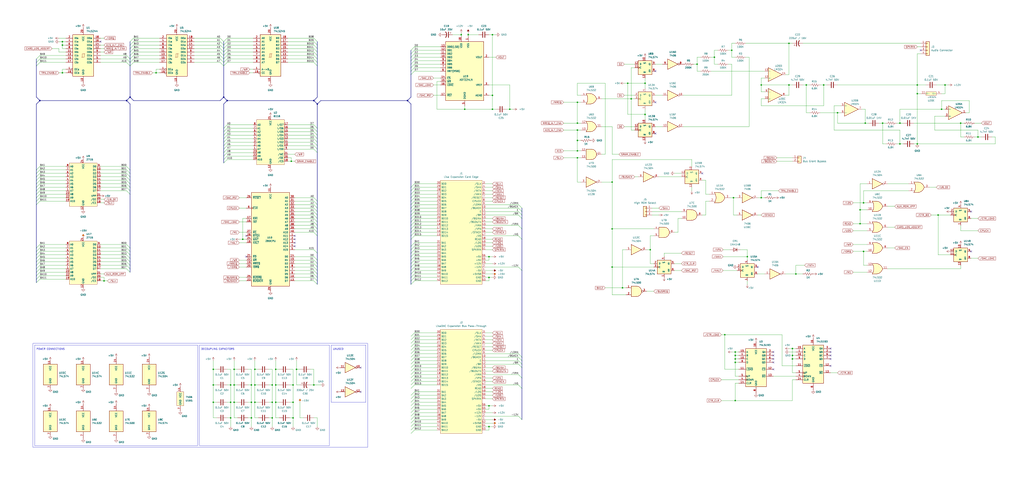
<source format=kicad_sch>
(kicad_sch (version 20230121) (generator eeschema)
  (paper "User" 750.011 350.012)
  (title_block (title "LisaDAC") (date "2023-12-04") (rev "1.0"))
  (junction (at 582.93 200.66))
  (junction (at 580.39 255.27))
  (junction (at 163.83 71.12))
  (junction (at 462.28 72.39))
  (junction (at 201.93 281.94))
  (junction (at 76.2 205.74))
  (junction (at 45.72 33.02))
  (junction (at 168.91 306.07))
  (junction (at 537.21 144.78))
  (junction (at 92.71 73.66))
  (junction (at 358.14 312.42))
  (junction (at 360.68 80.01))
  (junction (at 360.68 69.85))
  (junction (at 632.46 184.15))
  (junction (at 422.91 90.17))
  (junction (at 535.94 36.83))
  (junction (at 671.83 105.41))
  (junction (at 472.44 60.96))
  (junction (at 613.41 82.55))
  (junction (at 213.36 118.11))
  (junction (at 455.93 210.82))
  (junction (at 580.39 260.35))
  (junction (at 422.91 95.25))
  (junction (at 168.91 281.94))
  (junction (at 716.28 100.33))
  (junction (at 538.48 262.89))
  (junction (at 472.44 83.82))
  (junction (at 358.14 297.18))
  (junction (at 448.31 195.58))
  (junction (at 358.14 203.2))
  (junction (at 530.86 245.11))
  (junction (at 510.54 46.99))
  (junction (at 703.58 90.17))
  (junction (at 538.48 260.35))
  (junction (at 448.31 167.64))
  (junction (at 45.72 53.34))
  (junction (at 184.15 306.07))
  (junction (at 687.07 157.48))
  (junction (at 156.21 294.64))
  (junction (at 186.69 294.64))
  (junction (at 201.93 294.64))
  (junction (at 342.9 25.4))
  (junction (at 232.41 76.2))
  (junction (at 114.3 53.34))
  (junction (at 199.39 281.94))
  (junction (at 214.63 294.64))
  (junction (at 632.46 148.59))
  (junction (at 523.24 41.91))
  (junction (at 422.91 115.57))
  (junction (at 577.85 31.75))
  (junction (at 557.53 62.23))
  (junction (at 422.91 102.87))
  (junction (at 186.69 281.94))
  (junction (at 229.87 73.66))
  (junction (at 633.73 90.17))
  (junction (at 298.45 73.66))
  (junction (at 422.91 74.93))
  (junction (at 448.31 133.35))
  (junction (at 217.17 270.51))
  (junction (at 229.87 281.94))
  (junction (at 358.14 187.96))
  (junction (at 646.43 90.17))
  (junction (at 629.92 163.83))
  (junction (at 360.68 25.4))
  (junction (at 671.83 68.58))
  (junction (at 214.63 281.94))
  (junction (at 199.39 294.64))
  (junction (at 201.93 270.51))
  (junction (at 659.13 105.41))
  (junction (at 603.25 62.23))
  (junction (at 476.25 182.88))
  (junction (at 538.48 257.81))
  (junction (at 184.15 281.94))
  (junction (at 168.91 294.64))
  (junction (at 577.85 62.23))
  (junction (at 580.39 262.89))
  (junction (at 671.83 62.23))
  (junction (at 95.25 71.12))
  (junction (at 629.92 153.67))
  (junction (at 166.37 73.66))
  (junction (at 184.15 294.64))
  (junction (at 156.21 270.51))
  (junction (at 340.36 80.01))
  (junction (at 199.39 306.07))
  (junction (at 538.48 293.37))
  (junction (at 689.61 80.01))
  (junction (at 156.21 281.94))
  (junction (at 538.48 265.43))
  (junction (at 171.45 270.51))
  (junction (at 422.91 110.49))
  (junction (at 337.82 25.4))
  (junction (at 171.45 281.94))
  (junction (at 659.13 90.17))
  (junction (at 557.53 144.78))
  (junction (at 29.21 73.66))
  (junction (at 45.72 30.48))
  (junction (at 692.15 62.23))
  (junction (at 186.69 270.51))
  (junction (at 459.74 60.96))
  (junction (at 547.37 187.96))
  (junction (at 373.38 80.01))
  (junction (at 171.45 294.64))
  (junction (at 590.55 62.23))
  (junction (at 177.8 175.26))
  (junction (at 214.63 306.07))
  (no_connect (at 566.42 265.43))
  (no_connect (at 608.33 262.89))
  (no_connect (at 608.33 267.97))
  (no_connect (at 480.06 74.93))
  (no_connect (at 480.06 97.79))
  (no_connect (at 566.42 257.81))
  (no_connect (at 215.9 177.8))
  (no_connect (at 674.37 36.83))
  (no_connect (at 180.34 187.96))
  (no_connect (at 514.35 127))
  (no_connect (at 215.9 172.72))
  (no_connect (at 264.16 287.02))
  (no_connect (at 264.16 269.24))
  (no_connect (at 215.9 175.26))
  (no_connect (at 608.33 260.35))
  (no_connect (at 73.66 30.48))
  (no_connect (at 608.33 255.27))
  (no_connect (at 480.06 52.07))
  (no_connect (at 566.42 260.35))
  (no_connect (at 566.42 262.89))
  (no_connect (at 608.33 257.81))
  (no_connect (at 711.2 154.94))
  (no_connect (at 711.2 184.15))
  (no_connect (at 566.42 270.51))
  (no_connect (at 215.9 180.34))
  (no_connect (at 554.99 195.58))
  (no_connect (at 180.34 172.72))
  (bus_entry (at 163.83 101.6) (size 2.54 -2.54))
  (bus_entry (at 163.83 106.68) (size 2.54 -2.54))
  (bus_entry (at 382.27 284.48) (size -2.54 -2.54))
  (bus_entry (at 300.99 200.66) (size 2.54 -2.54))
  (bus_entry (at 300.99 170.18) (size 2.54 -2.54))
  (bus_entry (at 163.83 33.02) (size 2.54 -2.54))
  (bus_entry (at 382.27 154.94) (size -2.54 -2.54))
  (bus_entry (at 232.41 185.42) (size -2.54 -2.54))
  (bus_entry (at 382.27 160.02) (size -2.54 -2.54))
  (bus_entry (at 300.99 165.1) (size 2.54 -2.54))
  (bus_entry (at 92.71 45.72) (size 2.54 2.54))
  (bus_entry (at 300.99 292.1) (size 2.54 -2.54))
  (bus_entry (at 300.99 208.28) (size 2.54 -2.54))
  (bus_entry (at 300.99 205.74) (size 2.54 -2.54))
  (bus_entry (at 229.87 99.06) (size 2.54 2.54))
  (bus_entry (at 92.71 184.15) (size 2.54 2.54))
  (bus_entry (at 229.87 33.02) (size 2.54 2.54))
  (bus_entry (at 300.99 294.64) (size 2.54 -2.54))
  (bus_entry (at 382.27 175.26) (size -2.54 -2.54))
  (bus_entry (at 92.71 139.7) (size 2.54 2.54))
  (bus_entry (at 232.41 162.56) (size -2.54 -2.54))
  (bus_entry (at 300.99 175.26) (size 2.54 -2.54))
  (bus_entry (at 26.67 43.18) (size 2.54 -2.54))
  (bus_entry (at 229.87 35.56) (size 2.54 2.54))
  (bus_entry (at 229.87 109.22) (size 2.54 2.54))
  (bus_entry (at 92.71 179.07) (size 2.54 2.54))
  (bus_entry (at 92.71 186.69) (size 2.54 2.54))
  (bus_entry (at 229.87 27.94) (size 2.54 2.54))
  (bus_entry (at 26.67 129.54) (size 2.54 -2.54))
  (bus_entry (at 26.67 144.78) (size 2.54 -2.54))
  (bus_entry (at 382.27 157.48) (size -2.54 -2.54))
  (bus_entry (at 95.25 40.64) (size 2.54 -2.54))
  (bus_entry (at 300.99 256.54) (size 2.54 -2.54))
  (bus_entry (at 300.99 187.96) (size 2.54 -2.54))
  (bus_entry (at 300.99 312.42) (size 2.54 -2.54))
  (bus_entry (at 92.71 124.46) (size 2.54 2.54))
  (bus_entry (at 26.67 127) (size 2.54 -2.54))
  (bus_entry (at 300.99 251.46) (size 2.54 -2.54))
  (bus_entry (at 300.99 281.94) (size 2.54 -2.54))
  (bus_entry (at 382.27 261.62) (size -2.54 -2.54))
  (bus_entry (at 161.29 30.48) (size 2.54 2.54))
  (bus_entry (at 229.87 104.14) (size 2.54 2.54))
  (bus_entry (at 95.25 30.48) (size 2.54 -2.54))
  (bus_entry (at 163.83 119.38) (size 2.54 -2.54))
  (bus_entry (at 92.71 196.85) (size 2.54 2.54))
  (bus_entry (at 229.87 30.48) (size 2.54 2.54))
  (bus_entry (at 229.87 43.18) (size 2.54 2.54))
  (bus_entry (at 26.67 194.31) (size 2.54 -2.54))
  (bus_entry (at 300.99 152.4) (size 2.54 -2.54))
  (bus_entry (at 163.83 104.14) (size 2.54 -2.54))
  (bus_entry (at 232.41 165.1) (size -2.54 -2.54))
  (bus_entry (at 300.99 190.5) (size 2.54 -2.54))
  (bus_entry (at 232.41 152.4) (size -2.54 -2.54))
  (bus_entry (at 161.29 27.94) (size 2.54 2.54))
  (bus_entry (at 232.41 154.94) (size -2.54 -2.54))
  (bus_entry (at 232.41 170.18) (size -2.54 -2.54))
  (bus_entry (at 300.99 304.8) (size 2.54 -2.54))
  (bus_entry (at 163.83 93.98) (size 2.54 -2.54))
  (bus_entry (at 95.25 38.1) (size 2.54 -2.54))
  (bus_entry (at 26.67 48.26) (size 2.54 -2.54))
  (bus_entry (at 26.67 139.7) (size 2.54 -2.54))
  (bus_entry (at 382.27 264.16) (size -2.54 -2.54))
  (bus_entry (at 161.29 33.02) (size 2.54 2.54))
  (bus_entry (at 26.67 124.46) (size 2.54 -2.54))
  (bus_entry (at 300.99 172.72) (size 2.54 -2.54))
  (bus_entry (at 92.71 189.23) (size 2.54 2.54))
  (bus_entry (at 300.99 314.96) (size 2.54 -2.54))
  (bus_entry (at 300.99 195.58) (size 2.54 -2.54))
  (bus_entry (at 92.71 132.08) (size 2.54 2.54))
  (bus_entry (at 26.67 137.16) (size 2.54 -2.54))
  (bus_entry (at 26.67 45.72) (size 2.54 -2.54))
  (bus_entry (at 26.67 132.08) (size 2.54 -2.54))
  (bus_entry (at 300.99 137.16) (size 2.54 -2.54))
  (bus_entry (at 300.99 309.88) (size 2.54 -2.54))
  (bus_entry (at 229.87 200.66) (size 2.54 2.54))
  (bus_entry (at 300.99 180.34) (size 2.54 -2.54))
  (bus_entry (at 300.99 162.56) (size 2.54 -2.54))
  (bus_entry (at 300.99 193.04) (size 2.54 -2.54))
  (bus_entry (at 95.25 48.26) (size 2.54 -2.54))
  (bus_entry (at 300.99 142.24) (size 2.54 -2.54))
  (bus_entry (at 300.99 154.94) (size 2.54 -2.54))
  (bus_entry (at 26.67 204.47) (size 2.54 -2.54))
  (bus_entry (at 300.99 297.18) (size 2.54 -2.54))
  (bus_entry (at 26.67 189.23) (size 2.54 -2.54))
  (bus_entry (at 26.67 199.39) (size 2.54 -2.54))
  (bus_entry (at 229.87 45.72) (size 2.54 2.54))
  (bus_entry (at 300.99 157.48) (size 2.54 -2.54))
  (bus_entry (at 229.87 91.44) (size 2.54 2.54))
  (bus_entry (at 163.83 43.18) (size 2.54 -2.54))
  (bus_entry (at 92.71 127) (size 2.54 2.54))
  (bus_entry (at 300.99 182.88) (size 2.54 -2.54))
  (bus_entry (at 161.29 45.72) (size 2.54 2.54))
  (bus_entry (at 229.87 101.6) (size 2.54 2.54))
  (bus_entry (at 163.83 109.22) (size 2.54 -2.54))
  (bus_entry (at 26.67 196.85) (size 2.54 -2.54))
  (bus_entry (at 300.99 44.45) (size 2.54 -2.54))
  (bus_entry (at 92.71 43.18) (size 2.54 2.54))
  (bus_entry (at 163.83 99.06) (size 2.54 -2.54))
  (bus_entry (at 163.83 114.3) (size 2.54 -2.54))
  (bus_entry (at 26.67 184.15) (size 2.54 -2.54))
  (bus_entry (at 300.99 261.62) (size 2.54 -2.54))
  (bus_entry (at 300.99 248.92) (size 2.54 -2.54))
  (bus_entry (at 300.99 274.32) (size 2.54 -2.54))
  (bus_entry (at 300.99 271.78) (size 2.54 -2.54))
  (bus_entry (at 229.87 40.64) (size 2.54 2.54))
  (bus_entry (at 92.71 194.31) (size 2.54 2.54))
  (bus_entry (at 232.41 160.02) (size -2.54 -2.54))
  (bus_entry (at 95.25 45.72) (size 2.54 -2.54))
  (bus_entry (at 300.99 139.7) (size 2.54 -2.54))
  (bus_entry (at 161.29 38.1) (size 2.54 2.54))
  (bus_entry (at 382.27 198.12) (size -2.54 -2.54))
  (bus_entry (at 26.67 134.62) (size 2.54 -2.54))
  (bus_entry (at 92.71 191.77) (size 2.54 2.54))
  (bus_entry (at 92.71 40.64) (size 2.54 2.54))
  (bus_entry (at 300.99 276.86) (size 2.54 -2.54))
  (bus_entry (at 92.71 137.16) (size 2.54 2.54))
  (bus_entry (at 300.99 167.64) (size 2.54 -2.54))
  (bus_entry (at 300.99 317.5) (size 2.54 -2.54))
  (bus_entry (at 300.99 246.38) (size 2.54 -2.54))
  (bus_entry (at 163.83 116.84) (size 2.54 -2.54))
  (bus_entry (at 232.41 167.64) (size -2.54 -2.54))
  (bus_entry (at 232.41 172.72) (size -2.54 -2.54))
  (bus_entry (at 300.99 259.08) (size 2.54 -2.54))
  (bus_entry (at 232.41 147.32) (size -2.54 -2.54))
  (bus_entry (at 300.99 52.07) (size 2.54 -2.54))
  (bus_entry (at 92.71 181.61) (size 2.54 2.54))
  (bus_entry (at 300.99 149.86) (size 2.54 -2.54))
  (bus_entry (at 161.29 35.56) (size 2.54 2.54))
  (bus_entry (at 300.99 185.42) (size 2.54 -2.54))
  (bus_entry (at 26.67 207.01) (size 2.54 -2.54))
  (bus_entry (at 95.25 33.02) (size 2.54 -2.54))
  (bus_entry (at 163.83 38.1) (size 2.54 -2.54))
  (bus_entry (at 161.29 40.64) (size 2.54 2.54))
  (bus_entry (at 26.67 181.61) (size 2.54 -2.54))
  (bus_entry (at 163.83 48.26) (size 2.54 -2.54))
  (bus_entry (at 92.71 134.62) (size 2.54 2.54))
  (bus_entry (at 300.99 266.7) (size 2.54 -2.54))
  (bus_entry (at 229.87 205.74) (size 2.54 2.54))
  (bus_entry (at 163.83 40.64) (size 2.54 -2.54))
  (bus_entry (at 300.99 39.37) (size 2.54 -2.54))
  (bus_entry (at 300.99 160.02) (size 2.54 -2.54))
  (bus_entry (at 232.41 157.48) (size -2.54 -2.54))
  (bus_entry (at 229.87 93.98) (size 2.54 2.54))
  (bus_entry (at 229.87 38.1) (size 2.54 2.54))
  (bus_entry (at 300.99 41.91) (size 2.54 -2.54))
  (bus_entry (at 300.99 203.2) (size 2.54 -2.54))
  (bus_entry (at 26.67 186.69) (size 2.54 -2.54))
  (bus_entry (at 95.25 43.18) (size 2.54 -2.54))
  (bus_entry (at 26.67 147.32) (size 2.54 -2.54))
  (bus_entry (at 229.87 193.04) (size 2.54 2.54))
  (bus_entry (at 300.99 49.53) (size 2.54 -2.54))
  (bus_entry (at 300.99 302.26) (size 2.54 -2.54))
  (bus_entry (at 229.87 195.58) (size 2.54 2.54))
  (bus_entry (at 229.87 187.96) (size 2.54 2.54))
  (bus_entry (at 92.71 129.54) (size 2.54 2.54))
  (bus_entry (at 300.99 284.48) (size 2.54 -2.54))
  (bus_entry (at 26.67 191.77) (size 2.54 -2.54))
  (bus_entry (at 300.99 144.78) (size 2.54 -2.54))
  (bus_entry (at 229.87 198.12) (size 2.54 2.54))
  (bus_entry (at 163.83 96.52) (size 2.54 -2.54))
  (bus_entry (at 161.29 43.18) (size 2.54 2.54))
  (bus_entry (at 229.87 203.2) (size 2.54 2.54))
  (bus_entry (at 382.27 167.64) (size -2.54 -2.54))
  (bus_entry (at 26.67 142.24) (size 2.54 -2.54))
  (bus_entry (at 300.99 299.72) (size 2.54 -2.54))
  (bus_entry (at 300.99 289.56) (size 2.54 -2.54))
  (bus_entry (at 92.71 121.92) (size 2.54 2.54))
  (bus_entry (at 163.83 45.72) (size 2.54 -2.54))
  (bus_entry (at 26.67 201.93) (size 2.54 -2.54))
  (bus_entry (at 382.27 266.7) (size -2.54 -2.54))
  (bus_entry (at 300.99 269.24) (size 2.54 -2.54))
  (bus_entry (at 163.83 30.48) (size 2.54 -2.54))
  (bus_entry (at 229.87 106.68) (size 2.54 2.54))
  (bus_entry (at 300.99 36.83) (size 2.54 -2.54))
  (bus_entry (at 300.99 54.61) (size 2.54 -2.54))
  (bus_entry (at 163.83 35.56) (size 2.54 -2.54))
  (bus_entry (at 382.27 152.4) (size -2.54 -2.54))
  (bus_entry (at 300.99 254) (size 2.54 -2.54))
  (bus_entry (at 382.27 276.86) (size -2.54 -2.54))
  (bus_entry (at 382.27 307.34) (size -2.54 -2.54))
  (bus_entry (at 300.99 279.4) (size 2.54 -2.54))
  (bus_entry (at 232.41 149.86) (size -2.54 -2.54))
  (bus_entry (at 229.87 190.5) (size 2.54 2.54))
  (bus_entry (at 382.27 269.24) (size -2.54 -2.54))
  (bus_entry (at 300.99 147.32) (size 2.54 -2.54))
  (bus_entry (at 163.83 111.76) (size 2.54 -2.54))
  (bus_entry (at 95.25 35.56) (size 2.54 -2.54))
  (bus_entry (at 300.99 46.99) (size 2.54 -2.54))
  (bus_entry (at 229.87 96.52) (size 2.54 2.54))
  (bus_entry (at 26.67 149.86) (size 2.54 -2.54))
  (bus_entry (at 300.99 198.12) (size 2.54 -2.54))
  (bus_entry (at 300.99 264.16) (size 2.54 -2.54))
  (bus_entry (at 300.99 307.34) (size 2.54 -2.54))
  (wire (pts (xy 320.04 80.01) (xy 340.36 80.01)))
  (wire (pts (xy 496.57 160.02) (xy 499.11 160.02)))
  (wire (pts (xy 303.53 157.48) (xy 320.04 157.48)))
  (bus (pts (xy 232.41 154.94) (xy 232.41 157.48)))
  (bus (pts (xy 163.83 48.26) (xy 163.83 71.12)))
  (bus (pts (xy 300.99 49.53) (xy 300.99 52.07)))
  (bus (pts (xy 163.83 106.68) (xy 163.83 109.22)))
  (wire (pts (xy 655.32 151.13) (xy 650.24 151.13)))
  (wire (pts (xy 425.45 110.49) (xy 422.91 110.49)))
  (bus (pts (xy 29.21 73.66) (xy 26.67 76.2)))
  (wire (pts (xy 513.08 52.07) (xy 510.54 52.07)))
  (wire (pts (xy 716.28 100.33) (xy 718.82 100.33)))
  (bus (pts (xy 382.27 276.86) (xy 382.27 284.48)))
  (bus (pts (xy 26.67 184.15) (xy 26.67 186.69)))
  (wire (pts (xy 45.72 33.02) (xy 45.72 30.48)))
  (wire (pts (xy 168.91 294.64) (xy 168.91 281.94)))
  (bus (pts (xy 95.25 129.54) (xy 95.25 132.08)))
  (wire (pts (xy 156.21 306.07) (xy 156.21 294.64)))
  (wire (pts (xy 29.21 204.47) (xy 48.26 204.47)))
  (wire (pts (xy 678.18 62.23) (xy 671.83 62.23)))
  (wire (pts (xy 212.09 306.07) (xy 214.63 306.07)))
  (wire (pts (xy 97.79 30.48) (xy 116.84 30.48)))
  (wire (pts (xy 659.13 105.41) (xy 661.67 105.41)))
  (wire (pts (xy 360.68 302.26) (xy 355.6 302.26)))
  (bus (pts (xy 232.41 33.02) (xy 232.41 35.56)))
  (wire (pts (xy 703.58 194.31) (xy 703.58 196.85)))
  (wire (pts (xy 560.07 200.66) (xy 554.99 200.66)))
  (wire (pts (xy 303.53 46.99) (xy 322.58 46.99)))
  (wire (pts (xy 210.82 109.22) (xy 229.87 109.22)))
  (wire (pts (xy 548.64 92.71) (xy 548.64 41.91)))
  (wire (pts (xy 29.21 194.31) (xy 48.26 194.31)))
  (wire (pts (xy 337.82 24.13) (xy 337.82 25.4)))
  (wire (pts (xy 379.73 195.58) (xy 355.6 195.58)))
  (wire (pts (xy 331.47 25.4) (xy 337.82 25.4)))
  (wire (pts (xy 528.32 293.37) (xy 538.48 293.37)))
  (wire (pts (xy 541.02 262.89) (xy 538.48 262.89)))
  (wire (pts (xy 320.04 59.69) (xy 320.04 80.01)))
  (wire (pts (xy 171.45 306.07) (xy 171.45 294.64)))
  (wire (pts (xy 646.43 90.17) (xy 646.43 105.41)))
  (wire (pts (xy 303.53 279.4) (xy 320.04 279.4)))
  (bus (pts (xy 163.83 76.2) (xy 166.37 73.66)))
  (wire (pts (xy 520.7 52.07) (xy 560.07 52.07)))
  (bus (pts (xy 95.25 43.18) (xy 95.25 45.72)))
  (bus (pts (xy 300.99 198.12) (xy 300.99 200.66)))
  (wire (pts (xy 214.63 270.51) (xy 214.63 281.94)))
  (wire (pts (xy 43.18 38.1) (xy 48.26 38.1)))
  (bus (pts (xy 163.83 114.3) (xy 163.83 116.84)))
  (wire (pts (xy 582.93 200.66) (xy 575.31 200.66)))
  (wire (pts (xy 631.19 80.01) (xy 633.73 80.01)))
  (wire (pts (xy 425.45 102.87) (xy 422.91 102.87)))
  (wire (pts (xy 303.53 251.46) (xy 320.04 251.46)))
  (bus (pts (xy 229.87 73.66) (xy 232.41 71.12)))
  (wire (pts (xy 76.2 200.66) (xy 73.66 200.66)))
  (wire (pts (xy 448.31 92.71) (xy 440.69 92.71)))
  (wire (pts (xy 45.72 33.02) (xy 48.26 33.02)))
  (wire (pts (xy 659.13 105.41) (xy 659.13 95.25)))
  (bus (pts (xy 382.27 154.94) (xy 382.27 157.48)))
  (wire (pts (xy 703.58 165.1) (xy 703.58 168.91)))
  (wire (pts (xy 624.84 184.15) (xy 632.46 184.15)))
  (wire (pts (xy 689.61 73.66) (xy 689.61 80.01)))
  (wire (pts (xy 303.53 203.2) (xy 320.04 203.2)))
  (wire (pts (xy 229.87 281.94) (xy 227.33 281.94)))
  (wire (pts (xy 210.82 30.48) (xy 229.87 30.48)))
  (wire (pts (xy 534.67 144.78) (xy 537.21 144.78)))
  (wire (pts (xy 629.92 163.83) (xy 635 163.83)))
  (wire (pts (xy 196.85 306.07) (xy 199.39 306.07)))
  (wire (pts (xy 516.89 157.48) (xy 516.89 147.32)))
  (wire (pts (xy 659.13 80.01) (xy 659.13 90.17)))
  (wire (pts (xy 379.73 266.7) (xy 355.6 266.7)))
  (wire (pts (xy 229.87 270.51) (xy 229.87 281.94)))
  (wire (pts (xy 360.68 182.88) (xy 355.6 182.88)))
  (wire (pts (xy 166.37 93.98) (xy 185.42 93.98)))
  (wire (pts (xy 478.79 213.36) (xy 473.71 213.36)))
  (wire (pts (xy 358.14 297.18) (xy 355.6 297.18)))
  (wire (pts (xy 510.54 41.91) (xy 513.08 41.91)))
  (wire (pts (xy 166.37 306.07) (xy 168.91 306.07)))
  (wire (pts (xy 379.73 165.1) (xy 355.6 165.1)))
  (wire (pts (xy 168.91 270.51) (xy 168.91 281.94)))
  (wire (pts (xy 166.37 30.48) (xy 185.42 30.48)))
  (wire (pts (xy 166.37 114.3) (xy 185.42 114.3)))
  (wire (pts (xy 73.66 43.18) (xy 92.71 43.18)))
  (wire (pts (xy 303.53 269.24) (xy 320.04 269.24)))
  (wire (pts (xy 214.63 281.94) (xy 212.09 281.94)))
  (bus (pts (xy 26.67 147.32) (xy 26.67 149.86)))
  (wire (pts (xy 166.37 43.18) (xy 185.42 43.18)))
  (wire (pts (xy 215.9 157.48) (xy 229.87 157.48)))
  (wire (pts (xy 29.21 184.15) (xy 48.26 184.15)))
  (wire (pts (xy 196.85 270.51) (xy 199.39 270.51)))
  (wire (pts (xy 557.53 139.7) (xy 557.53 144.78)))
  (bus (pts (xy 300.99 144.78) (xy 300.99 147.32)))
  (wire (pts (xy 613.41 90.17) (xy 633.73 90.17)))
  (wire (pts (xy 624.84 168.91) (xy 635 168.91)))
  (bus (pts (xy 232.41 160.02) (xy 232.41 162.56)))
  (wire (pts (xy 547.37 208.28) (xy 547.37 205.74)))
  (wire (pts (xy 303.53 185.42) (xy 320.04 185.42)))
  (wire (pts (xy 171.45 294.64) (xy 173.99 294.64)))
  (wire (pts (xy 523.24 41.91) (xy 523.24 36.83)))
  (wire (pts (xy 303.53 193.04) (xy 320.04 193.04)))
  (wire (pts (xy 355.6 314.96) (xy 358.14 314.96)))
  (wire (pts (xy 440.69 133.35) (xy 448.31 133.35)))
  (wire (pts (xy 303.53 256.54) (xy 320.04 256.54)))
  (wire (pts (xy 114.3 50.8) (xy 116.84 50.8)))
  (wire (pts (xy 73.66 189.23) (xy 92.71 189.23)))
  (wire (pts (xy 29.21 189.23) (xy 48.26 189.23)))
  (wire (pts (xy 716.28 95.25) (xy 716.28 100.33)))
  (wire (pts (xy 232.41 312.42) (xy 232.41 306.07)))
  (wire (pts (xy 189.23 306.07) (xy 186.69 306.07)))
  (wire (pts (xy 575.31 54.61) (xy 577.85 54.61)))
  (bus (pts (xy 232.41 93.98) (xy 232.41 96.52)))
  (wire (pts (xy 650.24 166.37) (xy 655.32 166.37)))
  (wire (pts (xy 303.53 170.18) (xy 320.04 170.18)))
  (wire (pts (xy 603.25 62.23) (xy 603.25 77.47)))
  (wire (pts (xy 199.39 294.64) (xy 199.39 281.94)))
  (bus (pts (xy 300.99 180.34) (xy 300.99 182.88)))
  (wire (pts (xy 689.61 80.01) (xy 692.15 80.01)))
  (wire (pts (xy 440.69 72.39) (xy 462.28 72.39)))
  (wire (pts (xy 166.37 33.02) (xy 185.42 33.02)))
  (wire (pts (xy 480.06 92.71) (xy 485.14 92.71)))
  (wire (pts (xy 166.37 111.76) (xy 185.42 111.76)))
  (bus (pts (xy 300.99 44.45) (xy 300.99 46.99)))
  (bus (pts (xy 300.99 160.02) (xy 300.99 162.56)))
  (wire (pts (xy 635 148.59) (xy 632.46 148.59)))
  (wire (pts (xy 457.2 46.99) (xy 464.82 46.99)))
  (wire (pts (xy 229.87 306.07) (xy 232.41 306.07)))
  (wire (pts (xy 303.53 160.02) (xy 320.04 160.02)))
  (wire (pts (xy 234.95 281.94) (xy 229.87 281.94)))
  (wire (pts (xy 29.21 132.08) (xy 48.26 132.08)))
  (wire (pts (xy 171.45 264.16) (xy 171.45 270.51)))
  (wire (pts (xy 568.96 118.11) (xy 580.39 118.11)))
  (wire (pts (xy 214.63 312.42) (xy 214.63 306.07)))
  (wire (pts (xy 177.8 175.26) (xy 180.34 175.26)))
  (wire (pts (xy 709.93 73.66) (xy 689.61 73.66)))
  (wire (pts (xy 516.89 132.08) (xy 514.35 132.08)))
  (bus (pts (xy 232.41 45.72) (xy 232.41 48.26)))
  (wire (pts (xy 655.32 181.61) (xy 650.24 181.61)))
  (bus (pts (xy 232.41 193.04) (xy 232.41 195.58)))
  (wire (pts (xy 687.07 186.69) (xy 695.96 186.69)))
  (bus (pts (xy 300.99 152.4) (xy 300.99 154.94)))
  (wire (pts (xy 199.39 306.07) (xy 199.39 294.64)))
  (wire (pts (xy 709.93 82.55) (xy 709.93 73.66)))
  (wire (pts (xy 303.53 198.12) (xy 320.04 198.12)))
  (wire (pts (xy 535.94 31.75) (xy 538.48 31.75)))
  (bus (pts (xy 232.41 165.1) (xy 232.41 167.64)))
  (wire (pts (xy 516.89 132.08) (xy 516.89 142.24)))
  (wire (pts (xy 548.64 41.91) (xy 546.1 41.91)))
  (wire (pts (xy 215.9 144.78) (xy 229.87 144.78)))
  (wire (pts (xy 303.53 302.26) (xy 320.04 302.26)))
  (wire (pts (xy 215.9 152.4) (xy 229.87 152.4)))
  (wire (pts (xy 142.24 27.94) (xy 161.29 27.94)))
  (wire (pts (xy 360.68 287.02) (xy 355.6 287.02)))
  (wire (pts (xy 303.53 299.72) (xy 320.04 299.72)))
  (wire (pts (xy 29.21 127) (xy 48.26 127)))
  (wire (pts (xy 73.66 132.08) (xy 92.71 132.08)))
  (wire (pts (xy 422.91 95.25) (xy 425.45 95.25)))
  (wire (pts (xy 215.9 198.12) (xy 229.87 198.12)))
  (wire (pts (xy 448.31 113.03) (xy 448.31 92.71)))
  (bus (pts (xy 26.67 181.61) (xy 26.67 184.15)))
  (bus (pts (xy 163.83 38.1) (xy 163.83 40.64)))
  (wire (pts (xy 215.9 162.56) (xy 229.87 162.56)))
  (bus (pts (xy 232.41 99.06) (xy 232.41 101.6)))
  (bus (pts (xy 163.83 43.18) (xy 163.83 45.72)))
  (wire (pts (xy 360.68 312.42) (xy 358.14 312.42)))
  (bus (pts (xy 300.99 165.1) (xy 300.99 167.64)))
  (wire (pts (xy 175.26 152.4) (xy 180.34 152.4)))
  (wire (pts (xy 448.31 133.35) (xy 448.31 167.64)))
  (wire (pts (xy 476.25 182.88) (xy 476.25 193.04)))
  (wire (pts (xy 303.53 139.7) (xy 320.04 139.7)))
  (bus (pts (xy 163.83 93.98) (xy 163.83 76.2)))
  (wire (pts (xy 580.39 260.35) (xy 580.39 255.27)))
  (bus (pts (xy 163.83 101.6) (xy 163.83 104.14)))
  (wire (pts (xy 215.9 154.94) (xy 229.87 154.94)))
  (wire (pts (xy 355.6 205.74) (xy 358.14 205.74)))
  (wire (pts (xy 728.98 105.41) (xy 671.83 105.41)))
  (wire (pts (xy 589.28 194.31) (xy 582.93 194.31)))
  (bus (pts (xy 95.25 38.1) (xy 95.25 40.64)))
  (bus (pts (xy 26.67 186.69) (xy 26.67 189.23)))
  (wire (pts (xy 166.37 106.68) (xy 185.42 106.68)))
  (wire (pts (xy 73.66 134.62) (xy 92.71 134.62)))
  (wire (pts (xy 181.61 270.51) (xy 184.15 270.51)))
  (wire (pts (xy 175.26 190.5) (xy 180.34 190.5)))
  (wire (pts (xy 541.02 265.43) (xy 538.48 265.43)))
  (wire (pts (xy 303.53 292.1) (xy 320.04 292.1)))
  (wire (pts (xy 73.66 40.64) (xy 92.71 40.64)))
  (wire (pts (xy 582.93 194.31) (xy 582.93 200.66)))
  (bus (pts (xy 300.99 46.99) (xy 300.99 49.53)))
  (wire (pts (xy 337.82 25.4) (xy 337.82 26.67)))
  (wire (pts (xy 111.76 53.34) (xy 114.3 53.34)))
  (wire (pts (xy 422.91 110.49) (xy 422.91 102.87)))
  (wire (pts (xy 175.26 203.2) (xy 180.34 203.2)))
  (bus (pts (xy 95.25 181.61) (xy 95.25 184.15)))
  (wire (pts (xy 577.85 255.27) (xy 580.39 255.27)))
  (wire (pts (xy 73.66 186.69) (xy 92.71 186.69)))
  (wire (pts (xy 210.82 104.14) (xy 229.87 104.14)))
  (wire (pts (xy 360.68 289.56) (xy 355.6 289.56)))
  (wire (pts (xy 184.15 294.64) (xy 184.15 281.94)))
  (wire (pts (xy 29.21 40.64) (xy 48.26 40.64)))
  (wire (pts (xy 43.18 30.48) (xy 45.72 30.48)))
  (wire (pts (xy 533.4 36.83) (xy 535.94 36.83)))
  (wire (pts (xy 158.75 270.51) (xy 156.21 270.51)))
  (wire (pts (xy 43.18 35.56) (xy 43.18 38.1)))
  (wire (pts (xy 358.14 203.2) (xy 355.6 203.2)))
  (wire (pts (xy 210.82 35.56) (xy 229.87 35.56)))
  (wire (pts (xy 184.15 270.51) (xy 184.15 281.94)))
  (wire (pts (xy 173.99 306.07) (xy 171.45 306.07)))
  (wire (pts (xy 624.84 148.59) (xy 632.46 148.59)))
  (wire (pts (xy 360.68 69.85) (xy 360.68 25.4)))
  (wire (pts (xy 210.82 118.11) (xy 213.36 118.11)))
  (wire (pts (xy 360.68 284.48) (xy 355.6 284.48)))
  (wire (pts (xy 458.47 182.88) (xy 455.93 182.88)))
  (wire (pts (xy 175.26 144.78) (xy 180.34 144.78)))
  (wire (pts (xy 303.53 243.84) (xy 320.04 243.84)))
  (wire (pts (xy 303.53 34.29) (xy 322.58 34.29)))
  (wire (pts (xy 142.24 33.02) (xy 161.29 33.02)))
  (wire (pts (xy 166.37 38.1) (xy 185.42 38.1)))
  (wire (pts (xy 379.73 304.8) (xy 355.6 304.8)))
  (wire (pts (xy 459.74 60.96) (xy 459.74 83.82)))
  (bus (pts (xy 232.41 35.56) (xy 232.41 38.1)))
  (wire (pts (xy 448.31 116.84) (xy 448.31 133.35)))
  (wire (pts (xy 681.99 157.48) (xy 687.07 157.48)))
  (bus (pts (xy 26.67 129.54) (xy 26.67 132.08)))
  (wire (pts (xy 201.93 281.94) (xy 204.47 281.94)))
  (wire (pts (xy 422.91 115.57) (xy 425.45 115.57)))
  (wire (pts (xy 156.21 281.94) (xy 156.21 294.64)))
  (wire (pts (xy 210.82 96.52) (xy 229.87 96.52)))
  (wire (pts (xy 538.48 293.37) (xy 580.39 293.37)))
  (wire (pts (xy 210.82 27.94) (xy 229.87 27.94)))
  (wire (pts (xy 448.31 215.9) (xy 448.31 195.58)))
  (wire (pts (xy 303.53 294.64) (xy 320.04 294.64)))
  (bus (pts (xy 300.99 157.48) (xy 300.99 160.02)))
  (wire (pts (xy 577.85 62.23) (xy 577.85 69.85)))
  (bus (pts (xy 232.41 203.2) (xy 232.41 205.74)))
  (wire (pts (xy 303.53 259.08) (xy 320.04 259.08)))
  (wire (pts (xy 166.37 27.94) (xy 185.42 27.94)))
  (wire (pts (xy 422.91 115.57) (xy 422.91 133.35)))
  (wire (pts (xy 590.55 82.55) (xy 590.55 62.23)))
  (wire (pts (xy 529.59 187.96) (xy 547.37 187.96)))
  (wire (pts (xy 166.37 40.64) (xy 185.42 40.64)))
  (wire (pts (xy 175.26 162.56) (xy 180.34 162.56)))
  (bus (pts (xy 163.83 99.06) (xy 163.83 101.6)))
  (bus (pts (xy 232.41 43.18) (xy 232.41 45.72)))
  (bus (pts (xy 300.99 39.37) (xy 300.99 41.91)))
  (wire (pts (xy 580.39 255.27) (xy 582.93 255.27)))
  (wire (pts (xy 73.66 137.16) (xy 92.71 137.16)))
  (wire (pts (xy 204.47 306.07) (xy 201.93 306.07)))
  (wire (pts (xy 303.53 152.4) (xy 320.04 152.4)))
  (bus (pts (xy 163.83 40.64) (xy 163.83 43.18)))
  (wire (pts (xy 358.14 299.72) (xy 358.14 297.18)))
  (wire (pts (xy 499.11 193.04) (xy 494.03 193.04)))
  (wire (pts (xy 186.69 270.51) (xy 186.69 281.94)))
  (bus (pts (xy 300.99 154.94) (xy 300.99 157.48)))
  (wire (pts (xy 171.45 281.94) (xy 171.45 294.64)))
  (wire (pts (xy 529.59 182.88) (xy 534.67 182.88)))
  (wire (pts (xy 340.36 80.01) (xy 360.68 80.01)))
  (wire (pts (xy 215.9 187.96) (xy 229.87 187.96)))
  (wire (pts (xy 303.53 44.45) (xy 322.58 44.45)))
  (wire (pts (xy 633.73 80.01) (xy 633.73 90.17)))
  (wire (pts (xy 43.18 27.94) (xy 48.26 27.94)))
  (wire (pts (xy 535.94 36.83) (xy 535.94 31.75)))
  (wire (pts (xy 422.91 133.35) (xy 425.45 133.35)))
  (wire (pts (xy 217.17 264.16) (xy 217.17 270.51)))
  (wire (pts (xy 375.92 80.01) (xy 373.38 80.01)))
  (bus (pts (xy 300.99 187.96) (xy 300.99 190.5)))
  (wire (pts (xy 462.28 49.53) (xy 464.82 49.53)))
  (wire (pts (xy 215.9 193.04) (xy 229.87 193.04)))
  (bus (pts (xy 26.67 127) (xy 26.67 129.54)))
  (wire (pts (xy 29.21 201.93) (xy 48.26 201.93)))
  (bus (pts (xy 232.41 149.86) (xy 232.41 152.4)))
  (wire (pts (xy 360.68 292.1) (xy 355.6 292.1)))
  (wire (pts (xy 570.23 139.7) (xy 557.53 139.7)))
  (wire (pts (xy 360.68 142.24) (xy 355.6 142.24)))
  (wire (pts (xy 186.69 281.94) (xy 186.69 294.64)))
  (wire (pts (xy 303.53 180.34) (xy 320.04 180.34)))
  (wire (pts (xy 360.68 170.18) (xy 355.6 170.18)))
  (wire (pts (xy 73.66 129.54) (xy 92.71 129.54)))
  (wire (pts (xy 317.5 57.15) (xy 322.58 57.15)))
  (wire (pts (xy 476.25 182.88) (xy 476.25 172.72)))
  (wire (pts (xy 482.6 157.48) (xy 477.52 157.48)))
  (wire (pts (xy 73.66 45.72) (xy 92.71 45.72)))
  (wire (pts (xy 215.9 200.66) (xy 229.87 200.66)))
  (wire (pts (xy 711.2 160.02) (xy 716.28 160.02)))
  (bus (pts (xy 300.99 185.42) (xy 300.99 187.96)))
  (bus (pts (xy 300.99 205.74) (xy 300.99 208.28)))
  (wire (pts (xy 303.53 274.32) (xy 320.04 274.32)))
  (wire (pts (xy 613.41 62.23) (xy 671.83 62.23)))
  (bus (pts (xy 26.67 199.39) (xy 26.67 201.93)))
  (wire (pts (xy 506.73 116.84) (xy 448.31 116.84)))
  (wire (pts (xy 29.21 45.72) (xy 48.26 45.72)))
  (wire (pts (xy 76.2 205.74) (xy 73.66 205.74)))
  (bus (pts (xy 26.67 142.24) (xy 26.67 144.78)))
  (bus (pts (xy 232.41 200.66) (xy 232.41 203.2)))
  (wire (pts (xy 440.69 113.03) (xy 443.23 113.03)))
  (wire (pts (xy 692.15 62.23) (xy 692.15 68.58)))
  (wire (pts (xy 48.26 50.8) (xy 45.72 50.8)))
  (wire (pts (xy 358.14 312.42) (xy 355.6 312.42)))
  (wire (pts (xy 510.54 52.07) (xy 510.54 46.99)))
  (wire (pts (xy 76.2 35.56) (xy 73.66 35.56)))
  (bus (pts (xy 232.41 111.76) (xy 232.41 147.32)))
  (wire (pts (xy 29.21 144.78) (xy 48.26 144.78)))
  (bus (pts (xy 95.25 186.69) (xy 95.25 189.23)))
  (bus (pts (xy 26.67 144.78) (xy 26.67 147.32)))
  (wire (pts (xy 506.73 116.84) (xy 506.73 121.92)))
  (wire (pts (xy 303.53 195.58) (xy 320.04 195.58)))
  (wire (pts (xy 510.54 46.99) (xy 508 46.99)))
  (wire (pts (xy 142.24 45.72) (xy 161.29 45.72)))
  (wire (pts (xy 538.48 260.35) (xy 538.48 257.81)))
  (wire (pts (xy 76.2 27.94) (xy 73.66 27.94)))
  (bus (pts (xy 26.67 137.16) (xy 26.67 139.7)))
  (wire (pts (xy 535.94 46.99) (xy 533.4 46.99)))
  (wire (pts (xy 175.26 205.74) (xy 180.34 205.74)))
  (wire (pts (xy 189.23 270.51) (xy 186.69 270.51)))
  (wire (pts (xy 215.9 195.58) (xy 229.87 195.58)))
  (bus (pts (xy 382.27 264.16) (xy 382.27 266.7)))
  (wire (pts (xy 525.78 46.99) (xy 523.24 46.99)))
  (wire (pts (xy 355.6 299.72) (xy 358.14 299.72)))
  (bus (pts (xy 26.67 194.31) (xy 26.67 196.85)))
  (wire (pts (xy 355.6 190.5) (xy 358.14 190.5)))
  (bus (pts (xy 163.83 33.02) (xy 163.83 35.56)))
  (wire (pts (xy 535.94 36.83) (xy 535.94 41.91)))
  (wire (pts (xy 303.53 41.91) (xy 322.58 41.91)))
  (bus (pts (xy 232.41 190.5) (xy 232.41 193.04)))
  (wire (pts (xy 215.9 160.02) (xy 229.87 160.02)))
  (wire (pts (xy 500.38 92.71) (xy 548.64 92.71)))
  (bus (pts (xy 300.99 52.07) (xy 300.99 54.61)))
  (wire (pts (xy 114.3 50.8) (xy 114.3 53.34)))
  (wire (pts (xy 632.46 139.7) (xy 665.48 139.7)))
  (wire (pts (xy 76.2 205.74) (xy 78.74 205.74)))
  (bus (pts (xy 300.99 167.64) (xy 300.99 170.18)))
  (wire (pts (xy 358.14 190.5) (xy 358.14 187.96)))
  (wire (pts (xy 590.55 62.23) (xy 588.01 62.23)))
  (wire (pts (xy 215.9 165.1) (xy 229.87 165.1)))
  (wire (pts (xy 538.48 262.89) (xy 538.48 260.35)))
  (wire (pts (xy 360.68 180.34) (xy 355.6 180.34)))
  (wire (pts (xy 360.68 193.04) (xy 355.6 193.04)))
  (bus (pts (xy 232.41 109.22) (xy 232.41 111.76)))
  (bus (pts (xy 232.41 30.48) (xy 232.41 33.02)))
  (wire (pts (xy 671.83 39.37) (xy 671.83 62.23)))
  (wire (pts (xy 582.93 260.35) (xy 580.39 260.35)))
  (bus (pts (xy 232.41 76.2) (xy 234.95 73.66)))
  (wire (pts (xy 547.37 187.96) (xy 547.37 190.5)))
  (wire (pts (xy 303.53 287.02) (xy 320.04 287.02)))
  (wire (pts (xy 580.39 31.75) (xy 577.85 31.75)))
  (wire (pts (xy 422.91 74.93) (xy 422.91 90.17)))
  (wire (pts (xy 166.37 35.56) (xy 185.42 35.56)))
  (wire (pts (xy 726.44 100.33) (xy 728.98 100.33)))
  (wire (pts (xy 97.79 35.56) (xy 116.84 35.56)))
  (wire (pts (xy 373.38 80.01) (xy 370.84 80.01)))
  (bus (pts (xy 300.99 203.2) (xy 300.99 205.74)))
  (wire (pts (xy 166.37 294.64) (xy 168.91 294.64)))
  (wire (pts (xy 186.69 306.07) (xy 186.69 294.64)))
  (wire (pts (xy 303.53 309.88) (xy 320.04 309.88)))
  (wire (pts (xy 322.58 59.69) (xy 320.04 59.69)))
  (wire (pts (xy 716.28 95.25) (xy 684.53 95.25)))
  (wire (pts (xy 535.94 69.85) (xy 535.94 46.99)))
  (wire (pts (xy 472.44 80.01) (xy 472.44 83.82)))
  (wire (pts (xy 629.92 153.67) (xy 629.92 163.83)))
  (bus (pts (xy 232.41 76.2) (xy 232.41 93.98)))
  (wire (pts (xy 45.72 50.8) (xy 45.72 53.34)))
  (bus (pts (xy 95.25 124.46) (xy 95.25 127)))
  (wire (pts (xy 635 134.62) (xy 629.92 134.62)))
  (wire (pts (xy 422.91 74.93) (xy 425.45 74.93)))
  (wire (pts (xy 659.13 95.25) (xy 610.87 95.25)))
  (wire (pts (xy 303.53 248.92) (xy 320.04 248.92)))
  (wire (pts (xy 303.53 137.16) (xy 320.04 137.16)))
  (wire (pts (xy 73.66 191.77) (xy 92.71 191.77)))
  (wire (pts (xy 342.9 25.4) (xy 350.52 25.4)))
  (wire (pts (xy 482.6 129.54) (xy 499.11 129.54)))
  (bus (pts (xy 163.83 71.12) (xy 166.37 73.66)))
  (wire (pts (xy 158.75 306.07) (xy 156.21 306.07)))
  (wire (pts (xy 659.13 80.01) (xy 689.61 80.01)))
  (wire (pts (xy 360.68 307.34) (xy 355.6 307.34)))
  (wire (pts (xy 363.22 80.01) (xy 360.68 80.01)))
  (wire (pts (xy 716.28 189.23) (xy 711.2 189.23)))
  (bus (pts (xy 382.27 269.24) (xy 382.27 276.86)))
  (wire (pts (xy 472.44 60.96) (xy 472.44 64.77)))
  (wire (pts (xy 557.53 77.47) (xy 603.25 77.47)))
  (wire (pts (xy 473.71 182.88) (xy 476.25 182.88)))
  (bus (pts (xy 95.25 33.02) (xy 95.25 35.56)))
  (wire (pts (xy 303.53 149.86) (xy 320.04 149.86)))
  (wire (pts (xy 217.17 270.51) (xy 217.17 281.94)))
  (wire (pts (xy 632.46 184.15) (xy 635 184.15)))
  (wire (pts (xy 472.44 57.15) (xy 472.44 60.96)))
  (wire (pts (xy 182.88 50.8) (xy 185.42 50.8)))
  (wire (pts (xy 464.82 129.54) (xy 467.36 129.54)))
  (wire (pts (xy 510.54 46.99) (xy 510.54 41.91)))
  (wire (pts (xy 472.44 83.82) (xy 472.44 87.63)))
  (wire (pts (xy 360.68 137.16) (xy 355.6 137.16)))
  (bus (pts (xy 95.25 184.15) (xy 95.25 186.69)))
  (wire (pts (xy 529.59 198.12) (xy 539.75 198.12)))
  (wire (pts (xy 360.68 160.02) (xy 355.6 160.02)))
  (wire (pts (xy 624.84 199.39) (xy 635 199.39)))
  (bus (pts (xy 26.67 76.2) (xy 26.67 124.46)))
  (bus (pts (xy 300.99 175.26) (xy 300.99 180.34)))
  (wire (pts (xy 523.24 41.91) (xy 523.24 46.99)))
  (wire (pts (xy 168.91 281.94) (xy 166.37 281.94)))
  (bus (pts (xy 232.41 96.52) (xy 232.41 99.06)))
  (wire (pts (xy 201.93 281.94) (xy 201.93 294.64)))
  (wire (pts (xy 303.53 49.53) (xy 322.58 49.53)))
  (wire (pts (xy 530.86 270.51) (xy 541.02 270.51)))
  (wire (pts (xy 215.9 182.88) (xy 229.87 182.88)))
  (wire (pts (xy 171.45 270.51) (xy 171.45 281.94)))
  (wire (pts (xy 593.09 62.23) (xy 590.55 62.23)))
  (wire (pts (xy 303.53 314.96) (xy 320.04 314.96)))
  (bus (pts (xy 300.99 170.18) (xy 300.99 172.72)))
  (wire (pts (xy 219.71 294.64) (xy 219.71 306.07)))
  (wire (pts (xy 695.96 157.48) (xy 687.07 157.48)))
  (bus (pts (xy 300.99 200.66) (xy 300.99 203.2)))
  (wire (pts (xy 97.79 27.94) (xy 116.84 27.94)))
  (wire (pts (xy 358.14 25.4) (xy 360.68 25.4)))
  (wire (pts (xy 303.53 36.83) (xy 322.58 36.83)))
  (wire (pts (xy 582.93 273.05) (xy 580.39 273.05)))
  (wire (pts (xy 215.9 205.74) (xy 229.87 205.74)))
  (wire (pts (xy 210.82 106.68) (xy 229.87 106.68)))
  (wire (pts (xy 457.2 69.85) (xy 464.82 69.85)))
  (bus (pts (xy 163.83 45.72) (xy 163.83 48.26)))
  (wire (pts (xy 215.9 203.2) (xy 229.87 203.2)))
  (wire (pts (xy 459.74 83.82) (xy 472.44 83.82)))
  (wire (pts (xy 340.36 77.47) (xy 340.36 80.01)))
  (wire (pts (xy 219.71 306.07) (xy 222.25 306.07)))
  (bus (pts (xy 232.41 172.72) (xy 232.41 185.42)))
  (wire (pts (xy 142.24 40.64) (xy 161.29 40.64)))
  (wire (pts (xy 373.38 62.23) (xy 373.38 80.01)))
  (wire (pts (xy 48.26 35.56) (xy 45.72 35.56)))
  (wire (pts (xy 580.39 262.89) (xy 580.39 260.35)))
  (bus (pts (xy 95.25 191.77) (xy 95.25 194.31)))
  (bus (pts (xy 300.99 190.5) (xy 300.99 193.04)))
  (wire (pts (xy 73.66 127) (xy 92.71 127)))
  (wire (pts (xy 166.37 96.52) (xy 185.42 96.52)))
  (wire (pts (xy 530.86 245.11) (xy 572.77 245.11)))
  (wire (pts (xy 703.58 100.33) (xy 706.12 100.33)))
  (wire (pts (xy 482.6 152.4) (xy 477.52 152.4)))
  (wire (pts (xy 443.23 113.03) (xy 443.23 60.96)))
  (wire (pts (xy 554.99 144.78) (xy 557.53 144.78)))
  (wire (pts (xy 541.02 260.35) (xy 538.48 260.35)))
  (wire (pts (xy 97.79 38.1) (xy 116.84 38.1)))
  (wire (pts (xy 379.73 261.62) (xy 355.6 261.62)))
  (wire (pts (xy 360.68 251.46) (xy 355.6 251.46)))
  (wire (pts (xy 210.82 40.64) (xy 229.87 40.64)))
  (wire (pts (xy 360.68 203.2) (xy 358.14 203.2)))
  (wire (pts (xy 632.46 184.15) (xy 632.46 194.31)))
  (wire (pts (xy 180.34 160.02) (xy 177.8 160.02)))
  (wire (pts (xy 560.07 72.39) (xy 557.53 72.39)))
  (wire (pts (xy 646.43 90.17) (xy 648.97 90.17)))
  (bus (pts (xy 163.83 35.56) (xy 163.83 38.1)))
  (wire (pts (xy 199.39 281.94) (xy 196.85 281.94)))
  (wire (pts (xy 624.84 179.07) (xy 635 179.07)))
  (wire (pts (xy 632.46 148.59) (xy 632.46 139.7)))
  (wire (pts (xy 632.46 194.31) (xy 635 194.31)))
  (wire (pts (xy 97.79 43.18) (xy 116.84 43.18)))
  (wire (pts (xy 582.93 262.89) (xy 580.39 262.89)))
  (wire (pts (xy 713.74 100.33) (xy 716.28 100.33)))
  (wire (pts (xy 703.58 90.17) (xy 706.12 90.17)))
  (wire (pts (xy 629.92 153.67) (xy 635 153.67)))
  (wire (pts (xy 671.83 62.23) (xy 671.83 68.58)))
  (wire (pts (xy 494.03 198.12) (xy 499.11 198.12)))
  (wire (pts (xy 166.37 270.51) (xy 168.91 270.51)))
  (bus (pts (xy 26.67 134.62) (xy 26.67 137.16)))
  (bus (pts (xy 26.67 204.47) (xy 26.67 207.01)))
  (wire (pts (xy 73.66 139.7) (xy 92.71 139.7)))
  (bus (pts (xy 26.67 124.46) (xy 26.67 127)))
  (wire (pts (xy 29.21 43.18) (xy 48.26 43.18)))
  (bus (pts (xy 300.99 142.24) (xy 300.99 144.78)))
  (bus (pts (xy 232.41 185.42) (xy 232.41 190.5)))
  (bus (pts (xy 300.99 71.12) (xy 298.45 73.66)))
  (bus (pts (xy 26.67 196.85) (xy 26.67 199.39)))
  (wire (pts (xy 214.63 306.07) (xy 214.63 294.64)))
  (wire (pts (xy 303.53 254) (xy 320.04 254)))
  (wire (pts (xy 537.21 144.78) (xy 539.75 144.78)))
  (wire (pts (xy 713.74 90.17) (xy 718.82 90.17)))
  (wire (pts (xy 624.84 163.83) (xy 629.92 163.83)))
  (wire (pts (xy 166.37 101.6) (xy 185.42 101.6)))
  (wire (pts (xy 303.53 52.07) (xy 322.58 52.07)))
  (wire (pts (xy 173.99 281.94) (xy 171.45 281.94)))
  (wire (pts (xy 210.82 45.72) (xy 229.87 45.72)))
  (wire (pts (xy 210.82 91.44) (xy 229.87 91.44)))
  (wire (pts (xy 215.9 170.18) (xy 229.87 170.18)))
  (bus (pts (xy 95.25 127) (xy 95.25 129.54)))
  (wire (pts (xy 29.21 142.24) (xy 48.26 142.24)))
  (wire (pts (xy 29.21 137.16) (xy 48.26 137.16)))
  (wire (pts (xy 219.71 270.51) (xy 217.17 270.51)))
  (wire (pts (xy 535.94 257.81) (xy 538.48 257.81)))
  (wire (pts (xy 303.53 167.64) (xy 320.04 167.64)))
  (wire (pts (xy 142.24 35.56) (xy 161.29 35.56)))
  (wire (pts (xy 671.83 68.58) (xy 671.83 105.41)))
  (wire (pts (xy 303.53 264.16) (xy 320.04 264.16)))
  (wire (pts (xy 303.53 182.88) (xy 320.04 182.88)))
  (wire (pts (xy 181.61 306.07) (xy 184.15 306.07)))
  (wire (pts (xy 582.93 200.66) (xy 588.01 200.66)))
  (wire (pts (xy 29.21 147.32) (xy 48.26 147.32)))
  (wire (pts (xy 600.71 82.55) (xy 613.41 82.55)))
  (wire (pts (xy 685.8 137.16) (xy 680.72 137.16)))
  (wire (pts (xy 227.33 270.51) (xy 229.87 270.51)))
  (bus (pts (xy 300.99 195.58) (xy 300.99 198.12)))
  (wire (pts (xy 530.86 245.11) (xy 530.86 270.51)))
  (wire (pts (xy 457.2 92.71) (xy 464.82 92.71)))
  (bus (pts (xy 95.25 71.12) (xy 97.79 73.66)))
  (wire (pts (xy 303.53 271.78) (xy 320.04 271.78)))
  (bus (pts (xy 382.27 175.26) (xy 382.27 198.12)))
  (bus (pts (xy 382.27 167.64) (xy 382.27 175.26)))
  (wire (pts (xy 358.14 187.96) (xy 355.6 187.96)))
  (wire (pts (xy 97.79 40.64) (xy 116.84 40.64)))
  (bus (pts (xy 232.41 157.48) (xy 232.41 160.02)))
  (bus (pts (xy 300.99 36.83) (xy 300.99 39.37)))
  (bus (pts (xy 95.25 132.08) (xy 95.25 134.62)))
  (wire (pts (xy 303.53 266.7) (xy 320.04 266.7)))
  (wire (pts (xy 175.26 177.8) (xy 180.34 177.8)))
  (wire (pts (xy 142.24 38.1) (xy 161.29 38.1)))
  (wire (pts (xy 443.23 210.82) (xy 455.93 210.82)))
  (wire (pts (xy 358.14 62.23) (xy 373.38 62.23)))
  (wire (pts (xy 557.53 72.39) (xy 557.53 77.47)))
  (wire (pts (xy 177.8 160.02) (xy 177.8 175.26)))
  (wire (pts (xy 422.91 69.85) (xy 425.45 69.85)))
  (wire (pts (xy 29.21 121.92) (xy 48.26 121.92)))
  (wire (pts (xy 342.9 25.4) (xy 342.9 26.67)))
  (wire (pts (xy 73.66 121.92) (xy 92.71 121.92)))
  (wire (pts (xy 412.75 110.49) (xy 422.91 110.49)))
  (wire (pts (xy 566.42 275.59) (xy 582.93 275.59)))
  (wire (pts (xy 659.13 90.17) (xy 661.67 90.17)))
  (wire (pts (xy 215.9 147.32) (xy 229.87 147.32)))
  (wire (pts (xy 360.68 144.78) (xy 355.6 144.78)))
  (wire (pts (xy 156.21 281.94) (xy 158.75 281.94)))
  (wire (pts (xy 462.28 49.53) (xy 462.28 72.39)))
  (wire (pts (xy 201.93 264.16) (xy 201.93 270.51)))
  (wire (pts (xy 448.31 167.64) (xy 448.31 195.58)))
  (wire (pts (xy 199.39 312.42) (xy 199.39 306.07)))
  (wire (pts (xy 499.11 185.42) (xy 486.41 185.42)))
  (bus (pts (xy 95.25 137.16) (xy 95.25 139.7)))
  (bus (pts (xy 232.41 40.64) (xy 232.41 43.18)))
  (wire (pts (xy 486.41 185.42) (xy 486.41 187.96)))
  (bus (pts (xy 300.99 137.16) (xy 300.99 139.7)))
  (wire (pts (xy 76.2 148.59) (xy 73.66 148.59)))
  (wire (pts (xy 560.07 57.15) (xy 557.53 57.15)))
  (wire (pts (xy 669.29 105.41) (xy 671.83 105.41)))
  (wire (pts (xy 494.03 127) (xy 499.11 127)))
  (wire (pts (xy 648.97 105.41) (xy 646.43 105.41)))
  (bus (pts (xy 232.41 162.56) (xy 232.41 165.1)))
  (wire (pts (xy 443.23 60.96) (xy 422.91 60.96)))
  (wire (pts (xy 212.09 270.51) (xy 214.63 270.51)))
  (wire (pts (xy 303.53 177.8) (xy 320.04 177.8)))
  (wire (pts (xy 580.39 262.89) (xy 580.39 273.05)))
  (bus (pts (xy 26.67 149.86) (xy 26.67 181.61)))
  (wire (pts (xy 687.07 157.48) (xy 687.07 186.69)))
  (wire (pts (xy 360.68 256.54) (xy 355.6 256.54)))
  (wire (pts (xy 572.77 267.97) (xy 582.93 267.97)))
  (wire (pts (xy 476.25 193.04) (xy 478.79 193.04)))
  (wire (pts (xy 303.53 154.94) (xy 320.04 154.94)))
  (bus (pts (xy 95.25 48.26) (xy 95.25 71.12)))
  (bus (pts (xy 300.99 41.91) (xy 300.99 44.45)))
  (wire (pts (xy 166.37 104.14) (xy 185.42 104.14)))
  (bus (pts (xy 95.25 139.7) (xy 95.25 142.24)))
  (wire (pts (xy 684.53 95.25) (xy 684.53 85.09)))
  (wire (pts (xy 360.68 175.26) (xy 355.6 175.26)))
  (bus (pts (xy 161.29 73.66) (xy 163.83 71.12)))
  (wire (pts (xy 213.36 115.57) (xy 213.36 118.11)))
  (wire (pts (xy 317.5 62.23) (xy 322.58 62.23)))
  (wire (pts (xy 303.53 134.62) (xy 320.04 134.62)))
  (bus (pts (xy 300.99 172.72) (xy 300.99 175.26)))
  (wire (pts (xy 360.68 200.66) (xy 355.6 200.66)))
  (bus (pts (xy 163.83 96.52) (xy 163.83 99.06)))
  (wire (pts (xy 506.73 139.7) (xy 506.73 137.16)))
  (bus (pts (xy 382.27 261.62) (xy 382.27 264.16)))
  (wire (pts (xy 303.53 297.18) (xy 320.04 297.18)))
  (wire (pts (xy 520.7 41.91) (xy 523.24 41.91)))
  (wire (pts (xy 184.15 306.07) (xy 184.15 294.64)))
  (bus (pts (xy 382.27 284.48) (xy 382.27 307.34)))
  (wire (pts (xy 360.68 243.84) (xy 355.6 243.84)))
  (wire (pts (xy 204.47 270.51) (xy 201.93 270.51)))
  (wire (pts (xy 303.53 200.66) (xy 320.04 200.66)))
  (wire (pts (xy 476.25 172.72) (xy 478.79 172.72)))
  (wire (pts (xy 210.82 43.18) (xy 229.87 43.18)))
  (wire (pts (xy 477.52 154.94) (xy 499.11 154.94)))
  (wire (pts (xy 303.53 144.78) (xy 320.04 144.78)))
  (wire (pts (xy 360.68 139.7) (xy 355.6 139.7)))
  (bus (pts (xy 232.41 198.12) (xy 232.41 200.66)))
  (wire (pts (xy 610.87 77.47) (xy 610.87 95.25)))
  (wire (pts (xy 537.21 157.48) (xy 539.75 157.48)))
  (wire (pts (xy 76.2 203.2) (xy 73.66 203.2)))
  (wire (pts (xy 379.73 274.32) (xy 355.6 274.32)))
  (bus (pts (xy 300.99 54.61) (xy 300.99 71.12)))
  (bus (pts (xy 163.83 93.98) (xy 163.83 96.52)))
  (bus (pts (xy 232.41 205.74) (xy 232.41 208.28)))
  (wire (pts (xy 114.3 53.34) (xy 116.84 53.34)))
  (wire (pts (xy 186.69 281.94) (xy 189.23 281.94)))
  (wire (pts (xy 73.66 124.46) (xy 92.71 124.46)))
  (wire (pts (xy 29.21 196.85) (xy 48.26 196.85)))
  (bus (pts (xy 232.41 167.64) (xy 232.41 170.18)))
  (wire (pts (xy 528.32 278.13) (xy 541.02 278.13)))
  (bus (pts (xy 95.25 45.72) (xy 95.25 48.26)))
  (wire (pts (xy 379.73 172.72) (xy 355.6 172.72)))
  (wire (pts (xy 29.21 181.61) (xy 48.26 181.61)))
  (wire (pts (xy 76.2 146.05) (xy 73.66 146.05)))
  (wire (pts (xy 412.75 74.93) (xy 422.91 74.93)))
  (wire (pts (xy 379.73 149.86) (xy 355.6 149.86)))
  (wire (pts (xy 485.14 46.99) (xy 480.06 46.99)))
  (wire (pts (xy 360.68 279.4) (xy 355.6 279.4)))
  (wire (pts (xy 360.68 254) (xy 355.6 254)))
  (wire (pts (xy 593.09 82.55) (xy 590.55 82.55)))
  (wire (pts (xy 175.26 175.26) (xy 177.8 175.26)))
  (wire (pts (xy 577.85 257.81) (xy 582.93 257.81)))
  (wire (pts (xy 568.96 115.57) (xy 580.39 115.57)))
  (wire (pts (xy 182.88 53.34) (xy 185.42 53.34)))
  (bus (pts (xy 92.71 73.66) (xy 95.25 76.2)))
  (wire (pts (xy 379.73 154.94) (xy 355.6 154.94)))
  (bus (pts (xy 232.41 48.26) (xy 232.41 71.12)))
  (bus (pts (xy 229.87 73.66) (xy 232.41 76.2)))
  (wire (pts (xy 303.53 187.96) (xy 320.04 187.96)))
  (wire (pts (xy 303.53 276.86) (xy 320.04 276.86)))
  (wire (pts (xy 199.39 270.51) (xy 199.39 281.94)))
  (wire (pts (xy 360.68 69.85) (xy 360.68 80.01)))
  (bus (pts (xy 95.25 134.62) (xy 95.25 137.16)))
  (bus (pts (xy 95.25 194.31) (xy 95.25 196.85)))
  (bus (pts (xy 300.99 193.04) (xy 300.99 195.58)))
  (wire (pts (xy 210.82 93.98) (xy 229.87 93.98)))
  (wire (pts (xy 494.03 170.18) (xy 496.57 170.18)))
  (bus (pts (xy 232.41 101.6) (xy 232.41 104.14)))
  (wire (pts (xy 303.53 165.1) (xy 320.04 165.1)))
  (wire (pts (xy 500.38 69.85) (xy 535.94 69.85)))
  (wire (pts (xy 303.53 289.56) (xy 320.04 289.56)))
  (bus (pts (xy 163.83 116.84) (xy 163.83 119.38)))
  (wire (pts (xy 184.15 312.42) (xy 184.15 306.07)))
  (wire (pts (xy 422.91 60.96) (xy 422.91 69.85)))
  (bus (pts (xy 92.71 73.66) (xy 95.25 71.12)))
  (wire (pts (xy 210.82 115.57) (xy 213.36 115.57)))
  (wire (pts (xy 580.39 62.23) (xy 577.85 62.23)))
  (wire (pts (xy 703.58 90.17) (xy 703.58 100.33)))
  (wire (pts (xy 600.71 62.23) (xy 603.25 62.23)))
  (bus (pts (xy 382.27 157.48) (xy 382.27 160.02)))
  (wire (pts (xy 557.53 62.23) (xy 557.53 67.31)))
  (bus (pts (xy 232.41 152.4) (xy 232.41 154.94)))
  (wire (pts (xy 459.74 60.96) (xy 472.44 60.96)))
  (bus (pts (xy 95.25 142.24) (xy 95.25 181.61)))
  (bus (pts (xy 26.67 132.08) (xy 26.67 134.62)))
  (wire (pts (xy 538.48 275.59) (xy 538.48 265.43)))
  (wire (pts (xy 572.77 245.11) (xy 572.77 267.97)))
  (bus (pts (xy 232.41 170.18) (xy 232.41 172.72)))
  (wire (pts (xy 516.89 147.32) (xy 519.43 147.32)))
  (wire (pts (xy 360.68 134.62) (xy 355.6 134.62)))
  (wire (pts (xy 212.09 294.64) (xy 214.63 294.64)))
  (wire (pts (xy 360.68 248.92) (xy 355.6 248.92)))
  (wire (pts (xy 168.91 306.07) (xy 168.91 294.64)))
  (wire (pts (xy 303.53 281.94) (xy 320.04 281.94)))
  (wire (pts (xy 412.75 115.57) (xy 422.91 115.57)))
  (wire (pts (xy 671.83 34.29) (xy 674.37 34.29)))
  (wire (pts (xy 671.83 68.58) (xy 674.37 68.58)))
  (wire (pts (xy 45.72 53.34) (xy 48.26 53.34)))
  (wire (pts (xy 674.37 39.37) (xy 671.83 39.37)))
  (bus (pts (xy 95.25 40.64) (xy 95.25 43.18)))
  (wire (pts (xy 29.21 179.07) (xy 48.26 179.07)))
  (wire (pts (xy 448.31 195.58) (xy 478.79 195.58)))
  (bus (pts (xy 26.67 48.26) (xy 26.67 71.12)))
  (wire (pts (xy 496.57 170.18) (xy 496.57 160.02)))
  (wire (pts (xy 184.15 281.94) (xy 181.61 281.94)))
  (wire (pts (xy 656.59 90.17) (xy 659.13 90.17)))
  (wire (pts (xy 358.14 314.96) (xy 358.14 312.42)))
  (wire (pts (xy 610.87 77.47) (xy 615.95 77.47)))
  (wire (pts (xy 73.66 196.85) (xy 92.71 196.85)))
  (wire (pts (xy 201.93 270.51) (xy 201.93 281.94)))
  (wire (pts (xy 196.85 294.64) (xy 199.39 294.64)))
  (wire (pts (xy 422.91 90.17) (xy 425.45 90.17)))
  (bus (pts (xy 163.83 30.48) (xy 163.83 33.02)))
  (wire (pts (xy 538.48 265.43) (xy 538.48 262.89)))
  (wire (pts (xy 166.37 45.72) (xy 185.42 45.72)))
  (wire (pts (xy 215.9 190.5) (xy 229.87 190.5)))
  (wire (pts (xy 166.37 116.84) (xy 185.42 116.84)))
  (wire (pts (xy 360.68 309.88) (xy 355.6 309.88)))
  (wire (pts (xy 175.26 170.18) (xy 180.34 170.18)))
  (wire (pts (xy 674.37 31.75) (xy 588.01 31.75)))
  (wire (pts (xy 538.48 41.91) (xy 535.94 41.91)))
  (wire (pts (xy 29.21 139.7) (xy 48.26 139.7)))
  (wire (pts (xy 342.9 24.13) (xy 342.9 25.4)))
  (wire (pts (xy 158.75 294.64) (xy 156.21 294.64)))
  (wire (pts (xy 580.39 278.13) (xy 582.93 278.13)))
  (wire (pts (xy 538.48 280.67) (xy 538.48 293.37)))
  (wire (pts (xy 554.99 157.48) (xy 557.53 157.48)))
  (wire (pts (xy 73.66 181.61) (xy 92.71 181.61)))
  (wire (pts (xy 669.29 90.17) (xy 703.58 90.17)))
  (bus (pts (xy 163.83 109.22) (xy 163.83 111.76)))
  (wire (pts (xy 76.2 203.2) (xy 76.2 205.74)))
  (wire (pts (xy 360.68 167.64) (xy 355.6 167.64)))
  (wire (pts (xy 210.82 99.06) (xy 229.87 99.06)))
  (bus (pts (xy 232.41 147.32) (xy 232.41 149.86)))
  (wire (pts (xy 360.68 147.32) (xy 355.6 147.32)))
  (wire (pts (xy 360.68 162.56) (xy 355.6 162.56)))
  (wire (pts (xy 166.37 91.44) (xy 185.42 91.44)))
  (wire (pts (xy 29.21 124.46) (xy 48.26 124.46)))
  (wire (pts (xy 379.73 264.16) (xy 355.6 264.16)))
  (wire (pts (xy 412.75 90.17) (xy 422.91 90.17)))
  (wire (pts (xy 210.82 33.02) (xy 229.87 33.02)))
  (wire (pts (xy 43.18 53.34) (xy 45.72 53.34)))
  (wire (pts (xy 360.68 69.85) (xy 358.14 69.85)))
  (wire (pts (xy 45.72 35.56) (xy 45.72 33.02)))
  (wire (pts (xy 538.48 257.81) (xy 541.02 257.81)))
  (wire (pts (xy 528.32 245.11) (xy 530.86 245.11)))
  (bus (pts (xy 29.21 73.66) (xy 92.71 73.66)))
  (wire (pts (xy 360.68 187.96) (xy 358.14 187.96)))
  (wire (pts (xy 303.53 162.56) (xy 320.04 162.56)))
  (bus (pts (xy 300.99 162.56) (xy 300.99 165.1)))
  (wire (pts (xy 303.53 205.74) (xy 320.04 205.74)))
  (wire (pts (xy 38.1 35.56) (xy 43.18 35.56)))
  (wire (pts (xy 363.22 41.91) (xy 358.14 41.91)))
  (wire (pts (xy 557.53 57.15) (xy 557.53 62.23)))
  (bus (pts (xy 26.67 201.93) (xy 26.67 204.47)))
  (bus (pts (xy 232.41 104.14) (xy 232.41 106.68)))
  (wire (pts (xy 703.58 168.91) (xy 716.28 168.91)))
  (wire (pts (xy 542.29 182.88) (xy 547.37 182.88)))
  (wire (pts (xy 514.35 157.48) (xy 516.89 157.48)))
  (wire (pts (xy 303.53 246.38) (xy 320.04 246.38)))
  (bus (pts (xy 166.37 73.66) (xy 229.87 73.66)))
  (wire (pts (xy 360.68 297.18) (xy 358.14 297.18)))
  (wire (pts (xy 458.47 215.9) (xy 448.31 215.9)))
  (wire (pts (xy 608.33 273.05) (xy 613.41 273.05)))
  (wire (pts (xy 166.37 109.22) (xy 185.42 109.22)))
  (bus (pts (xy 232.41 106.68) (xy 232.41 109.22)))
  (wire (pts (xy 692.15 68.58) (xy 689.61 68.58)))
  (wire (pts (xy 523.24 36.83) (xy 525.78 36.83)))
  (wire (pts (xy 580.39 293.37) (xy 580.39 278.13)))
  (wire (pts (xy 728.98 100.33) (xy 728.98 105.41)))
  (wire (pts (xy 453.39 113.03) (xy 448.31 113.03)))
  (wire (pts (xy 455.93 210.82) (xy 458.47 210.82)))
  (bus (pts (xy 382.27 160.02) (xy 382.27 167.64)))
  (wire (pts (xy 189.23 294.64) (xy 186.69 294.64)))
  (bus (pts (xy 163.83 104.14) (xy 163.83 106.68)))
  (wire (pts (xy 303.53 304.8) (xy 320.04 304.8)))
  (wire (pts (xy 613.41 82.55) (xy 613.41 90.17)))
  (wire (pts (xy 29.21 186.69) (xy 48.26 186.69)))
  (bus (pts (xy 26.67 191.77) (xy 26.67 194.31)))
  (wire (pts (xy 422.91 102.87) (xy 422.91 95.25)))
  (wire (pts (xy 303.53 142.24) (xy 320.04 142.24)))
  (bus (pts (xy 382.27 152.4) (xy 382.27 154.94)))
  (wire (pts (xy 516.89 142.24) (xy 519.43 142.24)))
  (wire (pts (xy 577.85 31.75) (xy 577.85 54.61)))
  (wire (pts (xy 317.5 69.85) (xy 322.58 69.85)))
  (wire (pts (xy 303.53 147.32) (xy 320.04 147.32)))
  (wire (pts (xy 560.07 144.78) (xy 557.53 144.78)))
  (bus (pts (xy 300.99 182.88) (xy 300.99 185.42)))
  (wire (pts (xy 76.2 38.1) (xy 73.66 38.1)))
  (wire (pts (xy 557.53 62.23) (xy 577.85 62.23)))
  (wire (pts (xy 76.2 33.02) (xy 73.66 33.02)))
  (wire (pts (xy 692.15 62.23) (xy 694.69 62.23)))
  (wire (pts (xy 603.25 62.23) (xy 605.79 62.23)))
  (bus (pts (xy 26.67 189.23) (xy 26.67 191.77)))
  (wire (pts (xy 360.68 246.38) (xy 355.6 246.38)))
  (wire (pts (xy 360.68 198.12) (xy 355.6 198.12)))
  (wire (pts (xy 379.73 152.4) (xy 355.6 152.4)))
  (wire (pts (xy 186.69 264.16) (xy 186.69 270.51)))
  (wire (pts (xy 45.72 30.48) (xy 48.26 30.48)))
  (bus (pts (xy 382.27 266.7) (xy 382.27 269.24)))
  (wire (pts (xy 455.93 182.88) (xy 455.93 210.82)))
  (wire (pts (xy 204.47 294.64) (xy 201.93 294.64)))
  (wire (pts (xy 217.17 281.94) (xy 219.71 281.94)))
  (wire (pts (xy 538.48 280.67) (xy 541.02 280.67)))
  (wire (pts (xy 97.79 33.02) (xy 116.84 33.02)))
  (wire (pts (xy 175.26 195.58) (xy 180.34 195.58)))
  (bus (pts (xy 163.83 111.76) (xy 163.83 114.3)))
  (bus (pts (xy 300.99 76.2) (xy 300.99 137.16)))
  (wire (pts (xy 557.53 67.31) (xy 560.07 67.31)))
  (wire (pts (xy 685.8 62.23) (xy 692.15 62.23)))
  (wire (pts (xy 215.9 167.64) (xy 229.87 167.64)))
  (bus (pts (xy 26.67 71.12) (xy 29.21 73.66)))
  (bus (pts (xy 298.45 73.66) (xy 300.99 76.2)))
  (wire (pts (xy 358.14 205.74) (xy 358.14 203.2)))
  (wire (pts (xy 97.79 45.72) (xy 116.84 45.72)))
  (wire (pts (xy 210.82 38.1) (xy 229.87 38.1)))
  (wire (pts (xy 457.2 60.96) (xy 459.74 60.96)))
  (wire (pts (xy 464.82 95.25) (xy 462.28 95.25)))
  (wire (pts (xy 215.9 113.03) (xy 210.82 113.03)))
  (wire (pts (xy 412.75 95.25) (xy 422.91 95.25)))
  (wire (pts (xy 215.9 149.86) (xy 229.87 149.86)))
  (wire (pts (xy 650.24 196.85) (xy 703.58 196.85)))
  (wire (pts (xy 29.21 129.54) (xy 48.26 129.54)))
  (wire (pts (xy 201.93 306.07) (xy 201.93 294.64)))
  (wire (pts (xy 142.24 43.18) (xy 161.29 43.18)))
  (wire (pts (xy 379.73 157.48) (xy 355.6 157.48)))
  (wire (pts (xy 303.53 312.42) (xy 320.04 312.42)))
  (wire (pts (xy 73.66 184.15) (xy 92.71 184.15)))
  (wire (pts (xy 29.21 199.39) (xy 48.26 199.39)))
  (wire (pts (xy 168.91 312.42) (xy 168.91 306.07)))
  (wire (pts (xy 656.59 105.41) (xy 659.13 105.41)))
  (wire (pts (xy 303.53 39.37) (xy 322.58 39.37)))
  (wire (pts (xy 156.21 270.51) (xy 156.21 281.94)))
  (bus (pts (xy 95.25 189.23) (xy 95.25 191.77)))
  (wire (pts (xy 363.22 25.4) (xy 360.68 25.4)))
  (wire (pts (xy 29.21 134.62) (xy 48.26 134.62)))
  (wire (pts (xy 166.37 99.06) (xy 185.42 99.06)))
  (bus (pts (xy 300.99 147.32) (xy 300.99 149.86)))
  (wire (pts (xy 629.92 134.62) (xy 629.92 153.67)))
  (wire (pts (xy 636.27 90.17) (xy 633.73 90.17)))
  (wire (pts (xy 73.66 179.07) (xy 92.71 179.07)))
  (wire (pts (xy 665.48 134.62) (xy 650.24 134.62)))
  (wire (pts (xy 541.02 275.59) (xy 538.48 275.59)))
  (wire (pts (xy 379.73 259.08) (xy 355.6 259.08)))
  (wire (pts (xy 462.28 72.39) (xy 462.28 95.25)))
  (bus (pts (xy 300.99 149.86) (xy 300.99 152.4)))
  (bus (pts (xy 26.67 43.18) (xy 26.67 45.72)))
  (wire (pts (xy 303.53 190.5) (xy 320.04 190.5)))
  (wire (pts (xy 175.26 193.04) (xy 180.34 193.04)))
  (bus (pts (xy 232.41 38.1) (xy 232.41 40.64)))
  (wire (pts (xy 303.53 307.34) (xy 320.04 307.34)))
  (wire (pts (xy 707.39 82.55) (xy 709.93 82.55)))
  (wire (pts (xy 73.66 194.31) (xy 92.71 194.31)))
  (wire (pts (xy 360.68 271.78) (xy 355.6 271.78)))
  (bus (pts (xy 232.41 195.58) (xy 232.41 198.12)))
  (wire (pts (xy 360.68 177.8) (xy 355.6 177.8)))
  (bus (pts (xy 95.25 30.48) (xy 95.25 33.02)))
  (bus (pts (xy 95.25 196.85) (xy 95.25 199.39)))
  (wire (pts (xy 303.53 261.62) (xy 320.04 261.62)))
  (bus (pts (xy 26.67 45.72) (xy 26.67 48.26)))
  (wire (pts (xy 210.82 101.6) (xy 229.87 101.6)))
  (wire (pts (xy 360.68 269.24) (xy 355.6 269.24)))
  (wire (pts (xy 29.21 191.77) (xy 48.26 191.77)))
  (wire (pts (xy 613.41 82.55) (xy 615.95 82.55)))
  (wire (pts (xy 360.68 276.86) (xy 355.6 276.86)))
  (wire (pts (xy 462.28 72.39) (xy 464.82 72.39)))
  (wire (pts (xy 303.53 172.72) (xy 320.04 172.72)))
  (bus (pts (xy 234.95 73.66) (xy 298.45 73.66)))
  (wire (pts (xy 173.99 270.51) (xy 171.45 270.51)))
  (bus (pts (xy 26.67 139.7) (xy 26.67 142.24)))
  (wire (pts (xy 480.06 69.85) (xy 485.14 69.85)))
  (wire (pts (xy 213.36 118.11) (xy 215.9 118.11)))
  (wire (pts (xy 214.63 294.64) (xy 214.63 281.94)))
  (wire (pts (xy 643.89 90.17) (xy 646.43 90.17)))
  (wire (pts (xy 156.21 264.16) (xy 156.21 270.51)))
  (wire (pts (xy 379.73 281.94) (xy 355.6 281.94)))
  (wire (pts (xy 547.37 182.88) (xy 547.37 187.96)))
  (bus (pts (xy 382.27 198.12) (xy 382.27 261.62)))
  (wire (pts (xy 448.31 167.64) (xy 478.79 167.64)))
  (wire (pts (xy 546.1 31.75) (xy 577.85 31.75)))
  (wire (pts (xy 142.24 30.48) (xy 161.29 30.48)))
  (wire (pts (xy 537.21 144.78) (xy 537.21 157.48)))
  (wire (pts (xy 181.61 294.64) (xy 184.15 294.64)))
  (bus (pts (xy 97.79 73.66) (xy 161.29 73.66)))
  (wire (pts (xy 684.53 85.09) (xy 692.15 85.09)))
  (bus (pts (xy 300.99 139.7) (xy 300.99 142.24)))
  (bus (pts (xy 95.25 35.56) (xy 95.25 38.1)))
  (bus (pts (xy 95.25 76.2) (xy 95.25 124.46)))
  (wire (pts (xy 577.85 69.85) (xy 575.31 69.85)))
  (rectangle (start 678.18 67.31) (end 685.8 69.85) (stroke (width 0) (color 132 0 0 1)) (fill (type color) (color 255 255 194 1)))
  (rectangle (start 24.13 251.46) (end 269.24 327.66))
  (rectangle (start 146.05 252.73) (end 241.3 326.39))
  (rectangle (start 25.4 252.73) (end 144.78 326.39))
  (rectangle (start 242.57 252.73) (end 267.97 294.64))
  (text "POWER CONNECTIONS" (at 26.67 256.54 0) (effects (font (size 1.27 1.27)) (justify left bottom)))
  (text "UNUSED" (at 243.84 256.54 0) (effects (font (size 1.27 1.27)) (justify left bottom)))
  (text "DECOUPLING CAPACITORS" (at 147.32 256.54 0) (effects (font (size 1.27 1.27)) (justify left bottom)))
  (label "BA10" (at 29.21 43.18 0))
  (label "D4" (at 166.37 38.1 0))
  (label "A8" (at 229.87 165.1 180))
  (label "A6" (at 161.29 43.18 180))
  (label "{slash}LDMA" (at 379.73 149.86 180))
  (label "BD14" (at 229.87 43.18 180))
  (label "BA2" (at 29.21 124.46 0))
  (label "BD5" (at 303.53 147.32 0))
  (label "A3" (at 166.37 99.06 0))
  (label "BA7" (at 97.79 43.18 0))
  (label "BA5" (at 97.79 38.1 0))
  (label "BA1" (at 29.21 121.92 0))
  (label "BA5" (at 29.21 189.23 0))
  (label "D1" (at 303.53 36.83 0))
  (label "D2" (at 166.37 33.02 0))
  (label "BA4" (at 303.53 294.64 0))
  (label "BA10" (at 303.53 200.66 0))
  (label "BA8" (at 29.21 196.85 0))
  (label "BD4" (at 303.53 254 0))
  (label "BA6" (at 303.53 299.72 0))
  (label "BA12" (at 303.53 314.96 0))
  (label "BD8" (at 303.53 154.94 0))
  (label "D5" (at 166.37 40.64 0))
  (label "BA1" (at 97.79 27.94 0))
  (label "BD10" (at 303.53 269.24 0))
  (label "BD7" (at 303.53 152.4 0))
  (label "D7" (at 166.37 45.72 0))
  (label "A2" (at 161.29 33.02 180))
  (label "BA7" (at 303.53 302.26 0))
  (label "BA11" (at 303.53 312.42 0))
  (label "BA8" (at 303.53 195.58 0))
  (label "BD11" (at 229.87 35.56 180))
  (label "BD4" (at 92.71 189.23 180))
  (label "{slash}VMA" (at 379.73 274.32 180))
  (label "D5" (at 229.87 96.52 180))
  (label "A0" (at 166.37 91.44 0))
  (label "D3" (at 166.37 35.56 0))
  (label "A10" (at 92.71 45.72 180))
  (label "BA7" (at 29.21 194.31 0))
  (label "BD10" (at 229.87 33.02 180))
  (label "A10" (at 166.37 116.84 0))
  (label "A3" (at 161.29 35.56 180))
  (label "BD14" (at 303.53 170.18 0))
  (label "BD4" (at 92.71 132.08 180))
  (label "BD15" (at 303.53 172.72 0))
  (label "BA12" (at 303.53 205.74 0))
  (label "A4" (at 166.37 101.6 0))
  (label "BA2" (at 97.79 30.48 0))
  (label "BA9" (at 303.53 198.12 0))
  (label "A0" (at 161.29 27.94 180))
  (label "BA5" (at 303.53 297.18 0))
  (label "D0" (at 303.53 34.29 0))
  (label "BA6" (at 29.21 134.62 0))
  (label "BD8" (at 303.53 264.16 0))
  (label "BD10" (at 303.53 160.02 0))
  (label "E" (at 379.73 154.94 180))
  (label "BD6" (at 303.53 259.08 0))
  (label "BA3" (at 97.79 33.02 0))
  (label "BA6" (at 97.79 40.64 0))
  (label "BD6" (at 92.71 137.16 180))
  (label "A1" (at 166.37 93.98 0))
  (label "-12V" (at 379.73 195.58 180))
  (label "A8" (at 92.71 40.64 180))
  (label "BD1" (at 92.71 124.46 180))
  (label "D0" (at 166.37 27.94 0))
  (label "D1" (at 166.37 30.48 0))
  (label "BA10" (at 303.53 309.88 0))
  (label "BA8" (at 97.79 45.72 0))
  (label "D7" (at 229.87 91.44 180))
  (label "BD6" (at 92.71 194.31 180))
  (label "D2" (at 229.87 104.14 180))
  (label "BD3" (at 303.53 142.24 0))
  (label "BA1" (at 29.21 179.07 0))
  (label "A15" (at 229.87 182.88 180))
  (label "D0" (at 229.87 109.22 180))
  (label "{slash}AS" (at 379.73 172.72 180))
  (label "D7" (at 229.87 205.74 180))
  (label "D4" (at 229.87 99.06 180))
  (label "D1" (at 229.87 190.5 180))
  (label "A1" (at 161.29 30.48 180))
  (label "BD0" (at 303.53 243.84 0))
  (label "D6" (at 303.53 49.53 0))
  (label "BD3" (at 303.53 251.46 0))
  (label "D0" (at 229.87 187.96 180))
  (label "BA4" (at 29.21 186.69 0))
  (label "A5" (at 166.37 104.14 0))
  (label "BD12" (at 303.53 274.32 0))
  (label "BA1" (at 303.53 287.02 0))
  (label "{slash}BR" (at 379.73 157.48 180))
  (label "BD12" (at 303.53 165.1 0))
  (label "BD2" (at 303.53 248.92 0))
  (label "BA2" (at 29.21 181.61 0))
  (label "A8" (at 166.37 111.76 0))
  (label "BD11" (at 303.53 271.78 0))
  (label "BD0" (at 303.53 134.62 0))
  (label "BA4" (at 303.53 185.42 0))
  (label "D6" (at 229.87 203.2 180))
  (label "BA9" (at 29.21 142.24 0))
  (label "A5" (at 161.29 40.64 180))
  (label "A1" (at 229.87 147.32 180))
  (label "BD1" (at 303.53 137.16 0))
  (label "BA10" (at 29.21 201.93 0))
  (label "A2" (at 229.87 149.86 180))
  (label "D6" (at 166.37 43.18 0))
  (label "BA11" (at 29.21 45.72 0))
  (label "BA9" (at 29.21 199.39 0))
  (label "BD9" (at 303.53 266.7 0))
  (label "D2" (at 229.87 193.04 180))
  (label "D1" (at 229.87 106.68 180))
  (label "BA7" (at 29.21 137.16 0))
  (label "BD9" (at 229.87 30.48 180))
  (label "{slash}VMA" (at 379.73 165.1 180))
  (label "E" (at 379.73 264.16 180))
  (label "D3" (at 303.53 41.91 0))
  (label "BD1" (at 92.71 181.61 180))
  (label "BD0" (at 92.71 179.07 180))
  (label "A3" (at 229.87 152.4 180))
  (label "A4" (at 161.29 38.1 180))
  (label "BA3" (at 29.21 127 0))
  (label "D5" (at 303.53 46.99 0))
  (label "BA11" (at 303.53 203.2 0))
  (label "A7" (at 166.37 109.22 0))
  (label "{slash}BGACK" (at 379.73 152.4 180))
  (label "A10" (at 229.87 170.18 180))
  (label "BD5" (at 92.71 191.77 180))
  (label "BA9" (at 29.21 40.64 0))
  (label "BD13" (at 229.87 40.64 180))
  (label "BA3" (at 29.21 184.15 0))
  (label "BA2" (at 303.53 289.56 0))
  (label "BD5" (at 92.71 134.62 180))
  (label "A9" (at 166.37 114.3 0))
  (label "BA5" (at 303.53 187.96 0))
  (label "BD9" (at 303.53 157.48 0))
  (label "BA6" (at 303.53 190.5 0))
  (label "BD12" (at 229.87 38.1 180))
  (label "BD13" (at 303.53 167.64 0))
  (label "D2" (at 303.53 39.37 0))
  (label "{slash}LDMA" (at 379.73 259.08 180))
  (label "D7" (at 303.53 52.07 0))
  (label "A2" (at 166.37 96.52 0))
  (label "BD6" (at 303.53 149.86 0))
  (label "BD15" (at 229.87 45.72 180))
  (label "D4" (at 229.87 198.12 180))
  (label "BA4" (at 29.21 129.54 0))
  (label "BA11" (at 29.21 147.32 0))
  (label "A6" (at 229.87 160.02 180))
  (label "BD2" (at 92.71 184.15 180))
  (label "BA2" (at 303.53 180.34 0))
  (label "BA6" (at 29.21 191.77 0))
  (label "BA3" (at 303.53 292.1 0))
  (label "BD8" (at 229.87 27.94 180))
  (label "A9" (at 229.87 167.64 180))
  (label "BD14" (at 303.53 279.4 0))
  (label "BA3" (at 303.53 182.88 0))
  (label "BD7" (at 92.71 139.7 180))
  (label "BA8" (at 29.21 139.7 0))
  (label "A0" (at 229.87 144.78 180))
  (label "D3" (at 229.87 195.58 180))
  (label "BD11" (at 303.53 162.56 0))
  (label "BD2" (at 92.71 127 180))
  (label "BD7" (at 303.53 261.62 0))
  (label "A7" (at 161.29 45.72 180))
  (label "A4" (at 229.87 154.94 180))
  (label "BD4" (at 303.53 144.78 0))
  (label "{slash}BGACK" (at 379.73 261.62 180))
  (label "BA9" (at 303.53 307.34 0))
  (label "D4" (at 303.53 44.45 0))
  (label "-12V" (at 379.73 304.8 180))
  (label "BD2" (at 303.53 139.7 0))
  (label "BA1" (at 303.53 177.8 0))
  (label "BD1" (at 303.53 246.38 0))
  (label "BD7" (at 92.71 196.85 180))
  (label "D5" (at 229.87 200.66 180))
  (label "A5" (at 229.87 157.48 180))
  (label "BA8" (at 303.53 304.8 0))
  (label "BD5" (at 303.53 256.54 0))
  (label "D3" (at 229.87 101.6 180))
  (label "BA10" (at 29.21 144.78 0))
  (label "BD3" (at 92.71 129.54 180))
  (label "D6" (at 229.87 93.98 180))
  (label "BA7" (at 303.53 193.04 0))
  (label "{slash}AS" (at 379.73 281.94 180))
  (label "BD0" (at 92.71 121.92 180))
  (label "BA11" (at 29.21 204.47 0))
  (label "BA5" (at 29.21 132.08 0))
  (label "BA4" (at 97.79 35.56 0))
  (label "{slash}BR" (at 379.73 266.7 180))
  (label "A6" (at 166.37 106.68 0))
  (label "A9" (at 92.71 43.18 180))
  (label "BD15" (at 303.53 281.94 0))
  (label "BD3" (at 92.71 186.69 180))
  (label "BD13" (at 303.53 276.86 0))
  (label "A7" (at 229.87 162.56 180))
  (global_label "{slash}BUSACK" (shape input) (at 464.82 129.54 180) (property "Intersheetrefs" "${INTERSHEET_REFS}" (effects hide)))
  (global_label "AUX_ROM_VPP" (shape input) (at 76.2 200.66 0) (property "Intersheetrefs" "${INTERSHEET_REFS}" (effects hide)))
  (global_label "SPKRIN" (shape input) (at 360.68 292.1 0) (property "Intersheetrefs" "${INTERSHEET_REFS}" (effects hide)))
  (global_label "{slash}CTR_LOAD" (shape input) (at 528.32 245.11 180) (property "Intersheetrefs" "${INTERSHEET_REFS}" (effects hide)))
  (global_label "READ" (shape input) (at 360.68 284.48 0) (property "Intersheetrefs" "${INTERSHEET_REFS}" (effects hide)))
  (global_label "READ" (shape input) (at 360.68 175.26 0) (property "Intersheetrefs" "${INTERSHEET_REFS}" (effects hide)))
  (global_label "SPKRIN" (shape input) (at 360.68 182.88 0) (property "Intersheetrefs" "${INTERSHEET_REFS}" (effects hide)))
  (global_label "{slash}BGOUTn" (shape input) (at 360.68 271.78 0) (property "Intersheetrefs" "${INTERSHEET_REFS}" (effects hide)))
  (global_label "{slash}DAC_CS" (shape input) (at 655.32 181.61 0) (property "Intersheetrefs" "${INTERSHEET_REFS}" (effects hide)))
  (global_label "{slash}RESET" (shape input) (at 499.11 185.42 0) (property "Intersheetrefs" "${INTERSHEET_REFS}" (effects hide)))
  (global_label "{slash}CTR_LOAD" (shape input) (at 716.28 160.02 0) (property "Intersheetrefs" "${INTERSHEET_REFS}" (effects hide)))
  (global_label "D2" (shape input) (at 457.2 46.99 180) (property "Intersheetrefs" "${INTERSHEET_REFS}" (effects hide)))
  (global_label "VOUT" (shape input) (at 363.22 41.91 0) (property "Intersheetrefs" "${INTERSHEET_REFS}" (effects hide)))
  (global_label "{slash}IAKn" (shape input) (at 360.68 251.46 0) (property "Intersheetrefs" "${INTERSHEET_REFS}" (effects hide)))
  (global_label "CARD_UDS_ASSERT" (shape input) (at 38.1 35.56 180) (property "Intersheetrefs" "${INTERSHEET_REFS}" (effects hide)))
  (global_label "{slash}DTACK" (shape input) (at 360.68 170.18 0) (property "Intersheetrefs" "${INTERSHEET_REFS}" (effects hide)))
  (global_label "CTR_CLR" (shape input) (at 499.11 193.04 0) (property "Intersheetrefs" "${INTERSHEET_REFS}" (effects hide)))
  (global_label "SPKRIN" (shape input) (at 671.83 34.29 180) (property "Intersheetrefs" "${INTERSHEET_REFS}" (effects hide)))
  (global_label "{slash}WR" (shape input) (at 215.9 113.03 0) (property "Intersheetrefs" "${INTERSHEET_REFS}" (effects hide)))
  (global_label "{slash}SLn" (shape input) (at 412.75 115.57 180) (property "Intersheetrefs" "${INTERSHEET_REFS}" (effects hide)))
  (global_label "TRN_ENABLE" (shape input) (at 182.88 53.34 180) (property "Intersheetrefs" "${INTERSHEET_REFS}" (effects hide)))
  (global_label "{slash}DAC_RST" (shape input) (at 317.5 69.85 180) (property "Intersheetrefs" "${INTERSHEET_REFS}" (effects hide)))
  (global_label "{slash}CTR_BO" (shape input) (at 681.99 157.48 180) (property "Intersheetrefs" "${INTERSHEET_REFS}" (effects hide)))
  (global_label "TRN_ENABLE" (shape input) (at 570.23 139.7 0) (property "Intersheetrefs" "${INTERSHEET_REFS}" (effects hide)))
  (global_label "{slash}SLn" (shape input) (at 360.68 134.62 0) (property "Intersheetrefs" "${INTERSHEET_REFS}" (effects hide)))
  (global_label "{slash}IORQ" (shape input) (at 624.84 184.15 180) (property "Intersheetrefs" "${INTERSHEET_REFS}" (effects hide)))
  (global_label "READ" (shape input) (at 624.84 163.83 180) (property "Intersheetrefs" "${INTERSHEET_REFS}" (effects hide)))
  (global_label "D1" (shape input) (at 457.2 69.85 180) (property "Intersheetrefs" "${INTERSHEET_REFS}" (effects hide)))
  (global_label "{slash}LDS" (shape input) (at 360.68 177.8 0) (property "Intersheetrefs" "${INTERSHEET_REFS}" (effects hide)))
  (global_label "{slash}INTn" (shape input) (at 360.68 248.92 0) (property "Intersheetrefs" "${INTERSHEET_REFS}" (effects hide)))
  (global_label "A15" (shape input) (at 412.75 110.49 180) (property "Intersheetrefs" "${INTERSHEET_REFS}" (effects hide)))
  (global_label "{slash}BGINn" (shape input) (at 568.96 115.57 180) (property "Intersheetrefs" "${INTERSHEET_REFS}" (effects hide)))
  (global_label "CPUCK" (shape input) (at 716.28 168.91 0) (property "Intersheetrefs" "${INTERSHEET_REFS}" (effects hide)))
  (global_label "TRN_ENABLE" (shape input) (at 111.76 53.34 180) (property "Intersheetrefs" "${INTERSHEET_REFS}" (effects hide)))
  (global_label "{slash}CTR_BO" (shape input) (at 613.41 273.05 0) (property "Intersheetrefs" "${INTERSHEET_REFS}" (effects hide)))
  (global_label "{slash}M1" (shape input) (at 624.84 199.39 180) (property "Intersheetrefs" "${INTERSHEET_REFS}" (effects hide)))
  (global_label "{slash}BGOUTn" (shape input) (at 568.96 118.11 180) (property "Intersheetrefs" "${INTERSHEET_REFS}" (effects hide)))
  (global_label "{slash}DAC_CS" (shape input) (at 317.5 57.15 180) (property "Intersheetrefs" "${INTERSHEET_REFS}" (effects hide)))
  (global_label "{slash}IAKn" (shape input) (at 529.59 187.96 180) (property "Intersheetrefs" "${INTERSHEET_REFS}" (effects hide)))
  (global_label "{slash}WR" (shape input) (at 76.2 38.1 0) (property "Intersheetrefs" "${INTERSHEET_REFS}" (effects hide)))
  (global_label "{slash}HALT" (shape input) (at 175.26 177.8 180) (property "Intersheetrefs" "${INTERSHEET_REFS}" (effects hide)))
  (global_label "{slash}INTn" (shape input) (at 360.68 139.7 0) (property "Intersheetrefs" "${INTERSHEET_REFS}" (effects hide)))
  (global_label "{slash}U9_OE" (shape input) (at 76.2 146.05 0) (property "Intersheetrefs" "${INTERSHEET_REFS}" (effects hide)))
  (global_label "{slash}LDS" (shape input) (at 624.84 148.59 180) (property "Intersheetrefs" "${INTERSHEET_REFS}" (effects hide)))
  (global_label "SRAM_ENABLE" (shape input) (at 453.39 113.03 0) (property "Intersheetrefs" "${INTERSHEET_REFS}" (effects hide)))
  (global_label "{slash}DAC_RST" (shape input) (at 499.11 198.12 0) (property "Intersheetrefs" "${INTERSHEET_REFS}" (effects hide)))
  (global_label "{slash}SLn" (shape input) (at 78.74 205.74 0) (property "Intersheetrefs" "${INTERSHEET_REFS}" (effects hide)))
  (global_label "D0" (shape input) (at 457.2 92.71 180) (property "Intersheetrefs" "${INTERSHEET_REFS}" (effects hide)))
  (global_label "MREQ_ALT_ENA" (shape input) (at 76.2 35.56 0) (property "Intersheetrefs" "${INTERSHEET_REFS}" (effects hide)))
  (global_label "{slash}MREQ" (shape input) (at 175.26 193.04 180) (property "Intersheetrefs" "${INTERSHEET_REFS}" (effects hide)))
  (global_label "{slash}WR" (shape input) (at 624.84 179.07 180) (property "Intersheetrefs" "${INTERSHEET_REFS}" (effects hide)))
  (global_label "{slash}DAC_LDAC" (shape input) (at 175.26 162.56 180) (property "Intersheetrefs" "${INTERSHEET_REFS}" (effects hide)))
  (global_label "{slash}M1" (shape input) (at 175.26 170.18 180) (property "Intersheetrefs" "${INTERSHEET_REFS}" (effects hide)))
  (global_label "{slash}DAC_LDAC" (shape input) (at 317.5 62.23 180) (property "Intersheetrefs" "${INTERSHEET_REFS}" (effects hide)))
  (global_label "CTR_CLR" (shape input) (at 528.32 293.37 180) (property "Intersheetrefs" "${INTERSHEET_REFS}" (effects hide)))
  (global_label "{slash}DTACK" (shape input) (at 557.53 157.48 0) (property "Intersheetrefs" "${INTERSHEET_REFS}" (effects hide)))
  (global_label "{slash}BUSREQ" (shape input) (at 478.79 213.36 0) (property "Intersheetrefs" "${INTERSHEET_REFS}" (effects hide)))
  (global_label "{slash}VPA" (shape input) (at 529.59 182.88 180) (property "Intersheetrefs" "${INTERSHEET_REFS}" (effects hide)))
  (global_label "VOUT" (shape input) (at 718.82 90.17 0) (property "Intersheetrefs" "${INTERSHEET_REFS}" (effects hide)))
  (global_label "{slash}DTACK" (shape input) (at 360.68 279.4 0) (property "Intersheetrefs" "${INTERSHEET_REFS}" (effects hide)))
  (global_label "CPUCK" (shape input) (at 360.68 147.32 0) (property "Intersheetrefs" "${INTERSHEET_REFS}" (effects hide)))
  (global_label "{slash}DAC_LDAC" (shape input) (at 716.28 189.23 0) (property "Intersheetrefs" "${INTERSHEET_REFS}" (effects hide)))
  (global_label "{slash}UDS" (shape input) (at 360.68 180.34 0) (property "Intersheetrefs" "${INTERSHEET_REFS}" (effects hide)))
  (global_label "MREQ_ALT_ENA" (shape input) (at 412.75 90.17 180) (property "Intersheetrefs" "${INTERSHEET_REFS}" (effects hide)))
  (global_label "A15_ALT_ENA" (shape input) (at 412.75 95.25 180) (property "Intersheetrefs" "${INTERSHEET_REFS}" (effects hide)))
  (global_label "SRAM_ENABLE" (shape input) (at 215.9 118.11 0) (property "Intersheetrefs" "${INTERSHEET_REFS}" (effects hide)))
  (global_label "{slash}IORQ" (shape input) (at 175.26 195.58 180) (property "Intersheetrefs" "${INTERSHEET_REFS}" (effects hide)))
  (global_label "CPUCK" (shape input) (at 528.32 278.13 180) (property "Intersheetrefs" "${INTERSHEET_REFS}" (effects hide)))
  (global_label "A15_ALT_ENA" (shape input) (at 76.2 33.02 0) (property "Intersheetrefs" "${INTERSHEET_REFS}" (effects hide)))
  (global_label "{slash}BGOUTn" (shape input) (at 360.68 162.56 0) (property "Intersheetrefs" "${INTERSHEET_REFS}" (effects hide)))
  (global_label "{slash}SHn" (shape input) (at 360.68 137.16 0) (property "Intersheetrefs" "${INTERSHEET_REFS}" (effects hide)))
  (global_label "{slash}RESET" (shape input) (at 360.68 144.78 0) (property "Intersheetrefs" "${INTERSHEET_REFS}" (effects hide)))
  (global_label "{slash}SHn" (shape input) (at 360.68 246.38 0) (property "Intersheetrefs" "${INTERSHEET_REFS}" (effects hide)))
  (global_label "{slash}IAKn" (shape input) (at 360.68 142.24 0) (property "Intersheetrefs" "${INTERSHEET_REFS}" (effects hide)))
  (global_label "{slash}UDS" (shape input) (at 624.84 168.91 180) (property "Intersheetrefs" "${INTERSHEET_REFS}" (effects hide)))
  (global_label "{slash}BGINn" (shape input) (at 360.68 269.24 0) (property "Intersheetrefs" "${INTERSHEET_REFS}" (effects hide)))
  (global_label "AUX_ROM_VPP" (shape input) (at 655.32 151.13 0) (property "Intersheetrefs" "${INTERSHEET_REFS}" (effects hide)))
  (global_label "{slash}DAC_RST" (shape input) (at 175.26 144.78 180) (property "Intersheetrefs" "${INTERSHEET_REFS}" (effects hide)))
  (global_label "{slash}INTn" (shape input) (at 589.28 194.31 0) (property "Intersheetrefs" "${INTERSHEET_REFS}" (effects hide)))
  (global_label "{slash}WR" (shape input) (at 182.88 50.8 180) (property "Intersheetrefs" "${INTERSHEET_REFS}" (effects hide)))
  (global_label "CPUCK" (shape input) (at 175.26 152.4 180) (property "Intersheetrefs" "${INTERSHEET_REFS}" (effects hide)))
  (global_label "{slash}LDS" (shape input) (at 360.68 287.02 0) (property "Intersheetrefs" "${INTERSHEET_REFS}" (effects hide)))
  (global_label "TRN_ENABLE" (shape input) (at 43.18 53.34 180) (property "Intersheetrefs" "${INTERSHEET_REFS}" (effects hide)))
  (global_label "{slash}SLn" (shape input) (at 76.2 148.59 0) (property "Intersheetrefs" "${INTERSHEET_REFS}" (effects hide)))
  (global_label "{slash}VPA" (shape input) (at 360.68 167.64 0) (property "Intersheetrefs" "${INTERSHEET_REFS}" (effects hide)))
  (global_label "{slash}MREQ" (shape input) (at 412.75 74.93 180) (property "Intersheetrefs" "${INTERSHEET_REFS}" (effects hide)))
  (global_label "BA12" (shape input) (at 443.23 210.82 180) (property "Intersheetrefs" "${INTERSHEET_REFS}" (effects hide)))
  (global_label "{slash}BUSREQ" (shape input) (at 175.26 203.2 180) (property "Intersheetrefs" "${INTERSHEET_REFS}" (effects hide)))
  (global_label "{slash}IORQ" (shape input) (at 76.2 27.94 0) (property "Intersheetrefs" "${INTERSHEET_REFS}" (effects hide)))
  (global_label "{slash}RESET" (shape input) (at 360.68 254 0) (property "Intersheetrefs" "${INTERSHEET_REFS}" (effects hide)))
  (global_label "{slash}U9_OE" (shape input) (at 685.8 137.16 0) (property "Intersheetrefs" "${INTERSHEET_REFS}" (effects hide)))
  (global_label "{slash}HALT" (shape input) (at 529.59 198.12 180) (property "Intersheetrefs" "${INTERSHEET_REFS}" (effects hide)))
  (global_label "CPUCK" (shape input) (at 360.68 256.54 0) (property "Intersheetrefs" "${INTERSHEET_REFS}" (effects hide)))
  (global_label "CARD_UDS_ASSERT" (shape input) (at 655.32 166.37 0) (property "Intersheetrefs" "${INTERSHEET_REFS}" (effects hide)))
  (global_label "{slash}BUSACK" (shape input) (at 175.26 205.74 180) (property "Intersheetrefs" "${INTERSHEET_REFS}" (effects hide)))
  (global_label "{slash}SLn" (shape input) (at 360.68 243.84 0) (property "Intersheetrefs" "${INTERSHEET_REFS}" (effects hide)))
  (global_label "{slash}UDS" (shape input) (at 360.68 289.56 0) (property "Intersheetrefs" "${INTERSHEET_REFS}" (effects hide)))
  (global_label "{slash}VPA" (shape input) (at 360.68 276.86 0) (property "Intersheetrefs" "${INTERSHEET_REFS}" (effects hide)))
  (global_label "{slash}BGINn" (shape input) (at 360.68 160.02 0) (property "Intersheetrefs" "${INTERSHEET_REFS}" (effects hide)))
  (global_label "{slash}SHn" (shape input) (at 482.6 152.4 0) (property "Intersheetrefs" "${INTERSHEET_REFS}" (effects hide)))
  (global_label "{slash}WR" (shape input) (at 175.26 190.5 180) (property "Intersheetrefs" "${INTERSHEET_REFS}" (effects hide)))
  (symbol (lib_id "power:GND") (at 214.63 312.42 0) (unit 1)
    (property "Reference" "#PWR079" (effects hide))
    (property "Value" "GND" (at 218.44 314.96 0))
  )
  (symbol (lib_id "power:+5V") (at 43.18 27.94 90) (unit 1)
    (property "Reference" "#PWR027" (effects hide))
    (property "Value" "+5V" (at 36.83 27.94 90))
  )
  (symbol (lib_id "Device:C") (at 162.56 281.94 270) (unit 1)
    (property "Reference" "C2" (at 162.56 288.29 90))
    (property "Value" "0.1uF 50V\n" (at 162.56 285.75 90))
    (property "Footprint" "Capacitor_THT_Custom:C_Disc_D7.0mm_W2.3mm_P5.00mm" (effects hide))
  )
  (symbol (lib_id "power:+5V") (at 60.96 264.16 0) (unit 1)
    (property "Reference" "#PWR034" (effects hide))
    (property "Value" "+5V" (at 57.15 262.89 0))
  )
  (symbol (lib_id "power:GND") (at 168.91 312.42 0) (unit 1)
    (property "Reference" "#PWR020" (effects hide))
    (property "Value" "GND" (at 172.72 314.96 0))
  )
  (symbol (lib_id "power:+5V") (at 595.63 247.65 0) (unit 1)
    (property "Reference" "#PWR026" (effects hide))
    (property "Value" "+5V" (at 591.82 246.38 0))
  )
  (symbol (lib_id "Device:C") (at 162.56 306.07 270) (unit 1)
    (property "Reference" "C4" (at 162.56 312.42 90))
    (property "Value" "0.1uF 50V\n" (at 162.56 309.88 90))
    (property "Footprint" "Capacitor_THT_Custom:C_Disc_D7.0mm_W2.3mm_P5.00mm" (effects hide))
  )
  (symbol (lib_id "74xx:74LS32") (at 642.62 151.13 0) (unit 3)
    (property "Reference" "U6" (at 642.62 142.24 0))
    (property "Value" "74LS32" (at 642.62 144.78 0))
    (property "Footprint" "Package_DIP:DIP-14_W7.62mm" (effects hide))
    (property "Datasheet" "http://www.ti.com/lit/gpn/sn74LS32" (effects hide))
  )
  (symbol (lib_id "power:+5V") (at 486.41 203.2 180) (unit 1)
    (property "Reference" "#PWR010" (effects hide))
    (property "Value" "+5V" (at 490.22 204.47 0))
  )
  (symbol (lib_id "Device:C") (at 722.63 100.33 90) (unit 1)
    (property "Reference" "C24" (at 722.63 93.98 90))
    (property "Value" "4.7nF 50V\n" (at 722.63 96.52 90))
    (property "Footprint" "Capacitor_THT_Custom:C_Disc_D7.0mm_W2.3mm_P5.00mm" (effects hide))
  )
  (symbol (lib_id "Device:C_Polarized_US") (at 223.52 281.94 90) (mirror x) (unit 1)
    (property "Reference" "C30" (at 223.52 288.29 90))
    (property "Value" "330uF / 25V" (at 223.52 285.75 90))
    (property "Footprint" "Capacitor_THT_Custom:C_Disc_D7.0mm_W2.3mm_P5.00mm" (effects hide))
  )
  (symbol (lib_id "74xx:74LS193") (at 553.72 267.97 0) (unit 1)
    (property "Reference" "U3" (at 555.9141 250.19 0) (effects (justify left)))
    (property "Value" "74LS193" (at 555.9141 252.73 0) (effects (justify left)))
    (property "Footprint" "Package_DIP:DIP-16_W7.62mm" (effects hide))
    (property "Datasheet" "http://www.ti.com/lit/ds/symlink/sn74ls193.pdf" (effects hide))
  )
  (symbol (lib_id "Device:R_US") (at 542.29 41.91 270) (unit 1)
    (property "Reference" "R3" (at 541.02 39.37 90) (effects (justify left)))
    (property "Value" "100K" (at 539.75 44.45 90) (effects (justify left)))
    (property "Footprint" "Resistor_THT_Custom:R_Axial_DIN0309_L9.0mm_D2.54mm_P12.70mm_Horizontal" (effects hide))
  )
  (symbol (lib_id "power:GND") (at 60.96 210.82 0) (unit 1)
    (property "Reference" "#PWR049" (effects hide))
    (property "Value" "GND" (at 60.96 215.9 0))
  )
  (symbol (lib_id "power:+5V") (at 73.66 143.51 270) (unit 1)
    (property "Reference" "#PWR065" (effects hide))
    (property "Value" "+5V" (at 78.74 143.51 90))
  )
  (symbol (lib_id "Power_Custom:+5VSB") (at 360.68 309.88 270) (unit 1) (in_bom no) (on_board no)
    (property "Reference" "#PWR088" (effects hide))
    (property "Value" "+5VSB" (at 364.49 309.88 90) (effects (justify left)))
  )
  (symbol (lib_id "74xx:74LS32") (at 433.07 92.71 0) (unit 4)
    (property "Reference" "U6" (at 433.07 83.82 0))
    (property "Value" "74LS32" (at 433.07 86.36 0))
    (property "Footprint" "Package_DIP:DIP-14_W7.62mm" (effects hide))
    (property "Datasheet" "http://www.ti.com/lit/gpn/sn74LS32" (effects hide))
  )
  (symbol (lib_id "74xx:74LS32") (at 85.09 274.32 0) (unit 5)
    (property "Reference" "U11" (at 91.44 273.05 0) (effects (justify left)))
    (property "Value" "74LS32" (at 91.44 275.59 0) (effects (justify left)))
    (property "Footprint" "Package_DIP:DIP-14_W7.62mm" (effects hide))
    (property "Datasheet" "http://www.ti.com/lit/gpn/sn74LS32" (effects hide))
  )
  (symbol (lib_id "power:GND") (at 595.63 285.75 0) (unit 1)
    (property "Reference" "#PWR047" (effects hide))
    (property "Value" "GND" (at 599.44 287.02 0))
  )
  (symbol (lib_id "Device:C") (at 193.04 270.51 270) (unit 1)
    (property "Reference" "C9" (at 193.04 276.86 90))
    (property "Value" "0.1uF 50V\n" (at 193.04 274.32 90))
    (property "Footprint" "Capacitor_THT_Custom:C_Disc_D7.0mm_W2.3mm_P5.00mm" (effects hide))
  )
  (symbol (lib_id "Device:C") (at 177.8 294.64 270) (unit 1)
    (property "Reference" "C7" (at 177.8 300.99 90))
    (property "Value" "0.1uF 50V\n" (at 177.8 298.45 90))
    (property "Footprint" "Capacitor_THT_Custom:C_Disc_D7.0mm_W2.3mm_P5.00mm" (effects hide))
  )
  (symbol (lib_id "74xx:74LS32") (at 60.96 308.61 0) (unit 5)
    (property "Reference" "U6" (at 67.31 307.34 0) (effects (justify left)))
    (property "Value" "74LS32" (at 67.31 309.88 0) (effects (justify left)))
    (property "Footprint" "Package_DIP:DIP-14_W7.62mm" (effects hide))
    (property "Datasheet" "http://www.ti.com/lit/gpn/sn74LS32" (effects hide))
  )
  (symbol (lib_id "74xx:74LS74") (at 109.22 308.61 0) (unit 3)
    (property "Reference" "U8" (at 115.57 307.34 0) (effects (justify left)))
    (property "Value" "74LS74" (at 115.57 309.88 0) (effects (justify left)))
    (property "Footprint" "Package_DIP:DIP-14_W7.62mm" (effects hide))
    (property "Datasheet" "74xx/74hc_hct74.pdf" (effects hide))
  )
  (symbol (lib_id "Device:C") (at 584.2 62.23 90) (unit 1)
    (property "Reference" "C29" (at 584.2 55.88 90))
    (property "Value" "4.7nF 50V\n" (at 584.2 58.42 90))
    (property "Footprint" "Capacitor_THT_Custom:C_Disc_D7.0mm_W2.3mm_P5.00mm" (effects hide))
  )
  (symbol (lib_id "74xx:74LS245") (at 198.12 40.64 0) (unit 1)
    (property "Reference" "U18" (at 200.3141 20.32 0) (effects (justify left)))
    (property "Value" "74LS245" (at 200.3141 22.86 0) (effects (justify left)))
    (property "Footprint" "Package_DIP:DIP-20_W7.62mm" (effects hide))
    (property "Datasheet" "http://www.ti.com/lit/gpn/sn74LS245" (effects hide))
  )
  (symbol (lib_id "power:+5V") (at 175.26 175.26 90) (unit 1)
    (property "Reference" "#PWR064" (effects hide))
    (property "Value" "+5V" (at 170.18 175.26 90))
  )
  (symbol (lib_id "power:GND") (at 43.18 30.48 270) (unit 1)
    (property "Reference" "#PWR028" (effects hide))
    (property "Value" "GND" (at 39.37 30.48 90) (effects (justify right)))
  )
  (symbol (lib_id "Device:C") (at 177.8 281.94 270) (unit 1)
    (property "Reference" "C6" (at 177.8 288.29 90))
    (property "Value" "0.1uF 50V\n" (at 177.8 285.75 90))
    (property "Footprint" "Capacitor_THT_Custom:C_Disc_D7.0mm_W2.3mm_P5.00mm" (effects hide))
  )
  (symbol (lib_id "Device:C") (at 640.08 90.17 90) (unit 1)
    (property "Reference" "C28" (at 640.08 83.82 90))
    (property "Value" "0.01uF 1KV\n" (at 640.08 86.36 90))
    (property "Footprint" "Capacitor_THT_Custom:C_Disc_D7.0mm_W2.3mm_P5.00mm" (effects hide))
  )
  (symbol (lib_id "Amplifier_Operational:LM324") (at 681.99 71.12 270) (unit 5)
    (property "Reference" "U20" (at 679.45 73.66 90) (effects (justify left)))
    (property "Value" "LM324" (at 679.45 71.12 90) (effects (justify left)))
    (property "Footprint" "Package_DIP:DIP-14_W7.62mm" (effects hide))
    (property "Datasheet" "http://www.ti.com/lit/ds/symlink/lm2902-n.pdf" (effects hide))
  )
  (symbol (lib_id "power:+5V") (at 217.17 264.16 0) (unit 1)
    (property "Reference" "#PWR080" (effects hide))
    (property "Value" "+5V" (at 213.36 262.89 0))
  )
  (symbol (lib_id "74xx:74LS00") (at 506.73 157.48 0) (unit 3)
    (property "Reference" "U7" (at 506.7217 148.59 0))
    (property "Value" "74LS00" (at 506.7217 151.13 0))
    (property "Footprint" "Package_DIP:DIP-14_W7.62mm" (effects hide))
    (property "Datasheet" "http://www.ti.com/lit/gpn/sn74ls00" (effects hide))
  )
  (symbol (lib_id "power:GND") (at 360.68 312.42 90) (unit 1)
    (property "Reference" "#PWR089" (effects hide))
    (property "Value" "GND" (at 364.49 312.42 90) (effects (justify right)))
  )
  (symbol (lib_id "Device:C_Polarized_US") (at 584.2 31.75 90) (unit 1)
    (property "Reference" "C22" (at 584.2 25.4 90))
    (property "Value" "220uF / 16V" (at 584.2 27.94 90))
    (property "Footprint" "Capacitor_THT_Custom:CP_Axial_L21.0mm_D7.6mm_P28.00mm_Horizontal" (effects hide))
  )
  (symbol (lib_id "power:GND") (at 234.95 281.94 90) (unit 1)
    (property "Reference" "#PWR081" (effects hide))
    (property "Value" "GND" (at 234.95 279.4 90))
  )
  (symbol (lib_id "power:GND") (at 60.96 153.67 0) (unit 1)
    (property "Reference" "#PWR032" (effects hide))
    (property "Value" "GND" (at 60.96 158.75 0))
  )
  (symbol (lib_id "power:GND") (at 198.12 123.19 0) (unit 1)
    (property "Reference" "#PWR03" (effects hide))
    (property "Value" "GND" (at 198.12 128.27 0))
  )
  (symbol (lib_id "Device:C") (at 223.52 270.51 270) (unit 1)
    (property "Reference" "C18" (at 223.52 276.86 90))
    (property "Value" "0.1uF 50V\n" (at 223.52 274.32 90))
    (property "Footprint" "Capacitor_THT_Custom:C_Disc_D7.0mm_W2.3mm_P5.00mm" (effects hide))
  )
  (symbol (lib_id "Analog_DAC:AD7224LN") (at 340.36 52.07 0) (unit 1)
    (property "Reference" "U19" (at 339.09 55.88 0) (effects (justify left)))
    (property "Value" "AD7224LN" (at 336.55 58.42 0) (effects (justify left)))
    (property "Footprint" "Package_DIP:DIP-18_W7.62mm" (effects hide))
    (property "Datasheet" "https://www.analog.com/static/imported-files/data_sheets/AD7224.pdf" (effects hide))
  )
  (symbol (lib_id "Device:C") (at 193.04 294.64 270) (unit 1)
    (property "Reference" "C11" (at 193.04 300.99 90))
    (property "Value" "0.1uF 50V\n" (at 193.04 298.45 90))
    (property "Footprint" "Capacitor_THT_Custom:C_Disc_D7.0mm_W2.3mm_P5.00mm" (effects hide))
  )
  (symbol (lib_id "74xx:74LS04") (at 256.54 287.02 0) (unit 6)
    (property "Reference" "U12" (at 256.54 278.13 0))
    (property "Value" "74LS04" (at 256.54 280.67 0))
    (property "Footprint" "Package_DIP:DIP-14_W7.62mm" (effects hide))
    (property "Datasheet" "http://www.ti.com/lit/gpn/sn74LS04" (effects hide))
  )
  (symbol (lib_id "Power_Custom:+5VSB") (at 219.71 294.64 0) (unit 1) (in_bom no) (on_board no)
    (property "Reference" "#PWR048" (effects hide))
    (property "Value" "+5VSB" (at 220.98 293.37 0) (effects (justify left)))
  )
  (symbol (lib_id "Device:C_Polarized_US") (at 327.66 25.4 270) (unit 1)
    (property "Reference" "C19" (at 328.93 19.05 90) (effects (justify right)))
    (property "Value" "10uF 35V" (at 331.47 21.59 90) (effects (justify right)))
    (property "Footprint" "Capacitor_THT_Custom:CP_Radial_D7.8mm_P2.50mm" (effects hide))
  )
  (symbol (lib_id "power:+5V") (at 198.12 85.09 0) (unit 1)
    (property "Reference" "#PWR01" (effects hide))
    (property "Value" "+5V" (at 198.12 80.01 0))
  )
  (symbol (lib_id "74xx_Custom:7406") (at 491.49 69.85 0) (unit 5)
    (property "Reference" "U16" (at 492.76 60.96 0))
    (property "Value" "7406" (at 492.76 63.5 0))
    (property "Footprint" "Package_DIP:DIP-14_W7.62mm" (effects hide))
    (property "Datasheet" "http://www.ti.com/lit/gpn/sn7406" (effects hide))
  )
  (symbol (lib_id "74xx:74LS74") (at 472.44 72.39 0) (unit 1)
    (property "Reference" "U13" (at 474.6341 62.23 0) (effects (justify left)))
    (property "Value" "74LS74" (at 474.6341 64.77 0) (effects (justify left)))
    (property "Footprint" "Package_DIP:DIP-14_W7.62mm" (effects hide))
    (property "Datasheet" "74xx/74hc_hct74.pdf" (effects hide))
  )
  (symbol (lib_id "Device:R_US") (at 429.26 102.87 90) (mirror x) (unit 1)
    (property "Reference" "R16" (at 431.8 100.33 90) (effects (justify left)))
    (property "Value" "1K" (at 430.53 105.41 90) (effects (justify left)))
    (property "Footprint" "Resistor_THT_Custom:R_Axial_DIN0309_L9.0mm_D2.54mm_P12.70mm_Horizontal" (effects hide))
  )
  (symbol (lib_id "power:+5V") (at 482.6 157.48 270) (unit 1)
    (property "Reference" "#PWR04" (effects hide))
    (property "Value" "+5V" (at 487.68 157.48 90))
  )
  (symbol (lib_id "74xx:74LS04") (at 642.62 134.62 0) (unit 1)
    (property "Reference" "U12" (at 642.62 125.73 0))
    (property "Value" "74LS04" (at 642.62 128.27 0))
    (property "Footprint" "Package_DIP:DIP-14_W7.62mm" (effects hide))
    (property "Datasheet" "http://www.ti.com/lit/gpn/sn74LS04" (effects hide))
  )
  (symbol (lib_id "Device:C") (at 208.28 281.94 270) (unit 1)
    (property "Reference" "C14" (at 208.28 288.29 90))
    (property "Value" "0.1uF 50V\n" (at 208.28 285.75 90))
    (property "Footprint" "Capacitor_THT_Custom:C_Disc_D7.0mm_W2.3mm_P5.00mm" (effects hide))
  )
  (symbol (lib_id "power:+5V") (at 248.92 269.24 90) (unit 1)
    (property "Reference" "#PWR011" (effects hide))
    (property "Value" "+5V" (at 247.65 273.05 90))
  )
  (symbol (lib_id "Amplifier_Operational:LM324") (at 623.57 80.01 0) (unit 2)
    (property "Reference" "U20" (at 626.11 73.66 0))
    (property "Value" "LM324" (at 626.11 76.2 0))
    (property "Footprint" "Package_DIP:DIP-14_W7.62mm" (effects hide))
    (property "Datasheet" "http://www.ti.com/lit/ds/symlink/lm2902-n.pdf" (effects hide))
  )
  (symbol (lib_id "power:+5V") (at 186.69 264.16 0) (unit 1)
    (property "Reference" "#PWR076" (effects hide))
    (property "Value" "+5V" (at 182.88 262.89 0))
  )
  (symbol (lib_id "power:GND") (at 199.39 312.42 0) (unit 1)
    (property "Reference" "#PWR077" (effects hide))
    (property "Value" "GND" (at 203.2 314.96 0))
  )
  (symbol (lib_id "Connector_Generic:Conn_01x04") (at 679.45 34.29 0) (unit 1)
    (property "Reference" "J3" (at 681.99 34.29 0) (effects (justify left)))
    (property "Value" "Audio Connector" (at 681.99 36.83 0) (effects (justify left)))
    (property "Footprint" "Connector_PinHeader_2.54mm:PinHeader_1x04_P2.54mm_Vertical" (effects hide))
  )
  (symbol (lib_id "power:GND") (at 198.12 213.36 0) (unit 1)
    (property "Reference" "#PWR042" (effects hide))
    (property "Value" "GND" (at 198.12 218.44 0))
  )
  (symbol (lib_id "power:GND") (at 671.83 105.41 0) (mirror y) (unit 1)
    (property "Reference" "#PWR090" (effects hide))
    (property "Value" "GND" (at 671.83 110.49 0))
  )
  (symbol (lib_id "power:+12V") (at 694.69 62.23 270) (mirror x) (unit 1)
    (property "Reference" "#PWR063" (effects hide))
    (property "Value" "+12V" (at 698.5 62.23 90) (effects (justify left)))
  )
  (symbol (lib_id "power:+5V") (at 129.54 20.32 0) (unit 1)
    (property "Reference" "#PWR044" (effects hide))
    (property "Value" "+5V" (at 125.73 19.05 0))
  )
  (symbol (lib_id "power:+12V") (at 337.82 24.13 0) (unit 1)
    (property "Reference" "#PWR09" (effects hide))
    (property "Value" "+12V" (at 336.55 19.05 0))
  )
  (symbol (lib_id "power:+5V") (at 60.96 295.91 0) (unit 1)
    (property "Reference" "#PWR039" (effects hide))
    (property "Value" "+5V" (at 57.15 294.64 0))
  )
  (symbol (lib_id "power:+5V") (at 360.68 297.18 270) (unit 1)
    (property "Reference" "#PWR085" (effects hide))
    (property "Value" "+5V" (at 367.03 297.18 90))
  )
  (symbol (lib_id "74xx_Custom:7406") (at 491.49 46.99 0) (unit 4)
    (property "Reference" "U16" (at 492.76 38.1 0))
    (property "Value" "7406" (at 492.76 40.64 0))
    (property "Footprint" "Package_DIP:DIP-14_W7.62mm" (effects hide))
    (property "Datasheet" "http://www.ti.com/lit/gpn/sn7406" (effects hide))
  )
  (symbol (lib_id "74xx:74LS32") (at 673.1 137.16 0) (unit 1)
    (property "Reference" "U6" (at 673.1 128.27 0))
    (property "Value" "74LS32" (at 673.1 130.81 0))
    (property "Footprint" "Package_DIP:DIP-14_W7.62mm" (effects hide))
    (property "Datasheet" "http://www.ti.com/lit/gpn/sn74LS32" (effects hide))
  )
  (symbol (lib_id "Power_Custom:+5VSB") (at 60.96 173.99 0) (unit 1) (in_bom no) (on_board no)
    (property "Reference" "#PWR083" (effects hide))
    (property "Value" "+5VSB" (at 60.96 168.91 0))
  )
  (symbol (lib_id "Device:C") (at 177.8 270.51 270) (unit 1)
    (property "Reference" "C5" (at 177.8 276.86 90))
    (property "Value" "0.1uF 50V\n" (at 177.8 274.32 90))
    (property "Footprint" "Capacitor_THT_Custom:C_Disc_D7.0mm_W2.3mm_P5.00mm" (effects hide))
  )
  (symbol (lib_id "Device:C") (at 681.99 62.23 270) (mirror x) (unit 1)
    (property "Reference" "C21" (at 681.99 55.88 90))
    (property "Value" "0.1uF 50V" (at 681.99 58.42 90))
    (property "Footprint" "Capacitor_THT_Custom:C_Disc_D7.0mm_W2.3mm_P5.00mm" (effects hide))
  )
  (symbol (lib_id "Device:C") (at 609.6 62.23 90) (unit 1)
    (property "Reference" "C26" (at 609.6 55.88 90))
    (property "Value" "4.7nF 50V\n" (at 609.6 58.42 90))
    (property "Footprint" "Capacitor_THT_Custom:C_Disc_D7.0mm_W2.3mm_P5.00mm" (effects hide))
  )
  (symbol (lib_id "74xx:74LS04") (at 466.09 182.88 0) (unit 3)
    (property "Reference" "U12" (at 466.09 173.99 0))
    (property "Value" "74LS04" (at 466.09 176.53 0))
    (property "Footprint" "Package_DIP:DIP-14_W7.62mm" (effects hide))
    (property "Datasheet" "http://www.ti.com/lit/gpn/sn74LS04" (effects hide))
  )
  (symbol (lib_id "power:+5V") (at 85.09 295.91 0) (unit 1)
    (property "Reference" "#PWR038" (effects hide))
    (property "Value" "+5V" (at 81.28 294.64 0))
  )
  (symbol (lib_id "power:+5V") (at 248.92 287.02 90) (unit 1)
    (property "Reference" "#PWR012" (effects hide))
    (property "Value" "+5V" (at 247.65 290.83 90))
  )
  (symbol (lib_id "power:GND") (at 184.15 312.42 0) (unit 1)
    (property "Reference" "#PWR075" (effects hide))
    (property "Value" "GND" (at 187.96 314.96 0))
  )
  (symbol (lib_id "power:+5V") (at 198.12 137.16 0) (unit 1)
    (property "Reference" "#PWR029" (effects hide))
    (property "Value" "+5V" (at 194.31 135.89 0))
  )
  (symbol (lib_id "74xx_Custom:7406") (at 546.1 157.48 0) (mirror x) (unit 3)
    (property "Reference" "U16" (at 547.37 166.37 0))
    (property "Value" "7406" (at 547.37 163.83 0))
    (property "Footprint" "Package_DIP:DIP-14_W7.62mm" (effects hide))
    (property "Datasheet" "http://www.ti.com/lit/gpn/sn7406" (effects hide))
  )
  (symbol (lib_id "power:GND") (at 60.96 60.96 0) (unit 1)
    (property "Reference" "#PWR043" (effects hide))
    (property "Value" "GND" (at 60.96 66.04 0))
  )
  (symbol (lib_id "power:+5V") (at 109.22 298.45 0) (unit 1)
    (property "Reference" "#PWR037" (effects hide))
    (property "Value" "+5V" (at 105.41 297.18 0))
  )
  (symbol (lib_id "74xx:74LS32") (at 527.05 144.78 0) (unit 1)
    (property "Reference" "U11" (at 527.05 135.89 0))
    (property "Value" "74LS32" (at 527.05 138.43 0))
    (property "Footprint" "Package_DIP:DIP-14_W7.62mm" (effects hide))
    (property "Datasheet" "http://www.ti.com/lit/gpn/sn74LS32" (effects hide))
  )
  (symbol (lib_id "power:+5V") (at 535.94 257.81 90) (mirror x) (unit 1)
    (property "Reference" "#PWR024" (effects hide))
    (property "Value" "+5V" (at 534.67 255.27 90))
  )
  (symbol (lib_id "Amplifier_Operational:LM324") (at 699.77 82.55 0) (mirror x) (unit 1)
    (property "Reference" "U20" (at 702.31 76.2 0))
    (property "Value" "LM324" (at 702.31 78.74 0))
    (property "Footprint" "Package_DIP:DIP-14_W7.62mm" (effects hide))
    (property "Datasheet" "http://www.ti.com/lit/ds/symlink/lm2902-n.pdf" (effects hide))
  )
  (symbol (lib_id "power:+5V") (at 201.93 264.16 0) (unit 1)
    (property "Reference" "#PWR078" (effects hide))
    (property "Value" "+5V" (at 198.12 262.89 0))
  )
  (symbol (lib_id "power:GND") (at 60.96 284.48 0) (unit 1)
    (property "Reference" "#PWR067" (effects hide))
    (property "Value" "GND" (at 64.77 287.02 0))
  )
  (symbol (lib_id "74xx:74LS32") (at 642.62 166.37 0) (unit 2)
    (property "Reference" "U11" (at 642.62 157.48 0))
    (property "Value" "74LS32" (at 642.62 160.02 0))
    (property "Footprint" "Package_DIP:DIP-14_W7.62mm" (effects hide))
    (property "Datasheet" "http://www.ti.com/lit/gpn/sn74LS32" (effects hide))
  )
  (symbol (lib_id "Device:C") (at 208.28 306.07 270) (unit 1)
    (property "Reference" "C16" (at 208.28 312.42 90))
    (property "Value" "0.1uF 50V\n" (at 208.28 309.88 90))
    (property "Footprint" "Capacitor_THT_Custom:C_Disc_D7.0mm_W2.3mm_P5.00mm" (effects hide))
  )
  (symbol (lib_id "power:+5V") (at 60.96 20.32 0) (unit 1)
    (property "Reference" "#PWR030" (effects hide))
    (property "Value" "+5V" (at 57.15 19.05 0))
  )
  (symbol (lib_id "power:+5V") (at 36.83 298.45 0) (unit 1)
    (property "Reference" "#PWR040" (effects hide))
    (property "Value" "+5V" (at 33.02 297.18 0))
  )
  (symbol (lib_name "7406_1") (lib_id "74xx_Custom:7406") (at 132.08 292.1 270) (unit 7)
    (property "Reference" "U16" (at 138.43 293.37 90))
    (property "Value" "7406" (at 138.43 290.83 90))
    (property "Footprint" "Package_DIP:DIP-14_W7.62mm" (effects hide))
    (property "Datasheet" "http://www.ti.com/lit/gpn/sn7406" (effects hide))
  )
  (symbol (lib_id "CPU:Z80CPU") (at 198.12 175.26 0) (unit 1)
    (property "Reference" "U10" (at 195.58 173.99 0) (effects (justify left)))
    (property "Value" "Z80CPU" (at 194.31 176.53 0) (effects (justify left)))
    (property "Footprint" "Package_DIP:DIP-40_W15.24mm" (effects hide))
    (property "Datasheet" "www.zilog.com/manage_directlink.php?filepath=docs/z80/um0080" (effects hide))
  )
  (symbol (lib_id "power:GND") (at 109.22 287.02 0) (unit 1)
    (property "Reference" "#PWR072" (effects hide))
    (property "Value" "GND" (at 113.03 289.56 0))
  )
  (symbol (lib_id "Device:R_US") (at 596.9 62.23 270) (unit 1)
    (property "Reference" "R15" (at 594.36 59.69 90) (effects (justify left)))
    (property "Value" "6.8K" (at 594.36 64.77 90) (effects (justify left)))
    (property "Footprint" "Resistor_THT_Custom:R_Axial_DIN0309_L9.0mm_D2.54mm_P12.70mm_Horizontal" (effects hide))
  )
  (symbol (lib_id "power:-5V") (at 360.68 307.34 270) (unit 1)
    (property "Reference" "#PWR087" (effects hide))
    (property "Value" "-5V" (at 364.49 307.34 90) (effects (justify left)))
  )
  (symbol (lib_id "Memory_EPROM_Custom:2716") (at 60.96 193.04 0) (unit 1)
    (property "Reference" "U17" (at 63.1541 171.45 0) (effects (justify left)))
    (property "Value" "2716" (at 63.1541 173.99 0) (effects (justify left)))
    (property "Footprint" "Package_DIP:DIP-24_W15.24mm" (effects hide))
  )
  (symbol (lib_id "power:+5V") (at 695.96 154.94 90) (unit 1)
    (property "Reference" "#PWR019" (effects hide))
    (property "Value" "+5V" (at 693.42 152.4 90))
  )
  (symbol (lib_id "power:GND") (at 232.41 312.42 0) (unit 1)
    (property "Reference" "#PWR084" (effects hide))
    (property "Value" "GND" (at 236.22 314.96 0))
  )
  (symbol (lib_id "74xx:74LS74") (at 472.44 49.53 0) (unit 2)
    (property "Reference" "U8" (at 474.6341 39.37 0) (effects (justify left)))
    (property "Value" "74LS74" (at 474.6341 41.91 0) (effects (justify left)))
    (property "Footprint" "Package_DIP:DIP-14_W7.62mm" (effects hide))
    (property "Datasheet" "74xx/74hc_hct74.pdf" (effects hide))
  )
  (symbol (lib_id "Device:C") (at 226.06 306.07 270) (unit 1)
    (property "Reference" "C17" (at 226.06 312.42 90))
    (property "Value" "0.1uF 50V\n" (at 226.06 309.88 90))
    (property "Footprint" "Capacitor_THT_Custom:C_Disc_D7.0mm_W2.3mm_P5.00mm" (effects hide))
  )
  (symbol (lib_id "power:+5V") (at 198.12 20.32 0) (unit 1)
    (property "Reference" "#PWR052" (effects hide))
    (property "Value" "+5V" (at 194.31 19.05 0))
  )
  (symbol (lib_id "power:GND") (at 360.68 203.2 90) (unit 1)
    (property "Reference" "#PWR061" (effects hide))
    (property "Value" "GND" (at 364.49 203.2 90) (effects (justify right)))
  )
  (symbol (lib_id "power:-5V") (at 342.9 24.13 0) (unit 1)
    (property "Reference" "#PWR015" (effects hide))
    (property "Value" "-5V" (at 344.17 19.05 0))
  )
  (symbol (lib_id "Device:R_US") (at 529.59 46.99 270) (unit 1)
    (property "Reference" "R4" (at 528.32 44.45 90) (effects (justify left)))
    (property "Value" "100K" (at 527.05 49.53 90) (effects (justify left)))
    (property "Footprint" "Resistor_THT_Custom:R_Axial_DIN0309_L9.0mm_D2.54mm_P12.70mm_Horizontal" (effects hide))
  )
  (symbol (lib_id "74xx:74LS74") (at 60.96 274.32 0) (unit 3)
    (property "Reference" "U14" (at 67.31 273.05 0) (effects (justify left)))
    (property "Value" "74LS74" (at 67.31 275.59 0) (effects (justify left)))
    (property "Footprint" "Package_DIP:DIP-14_W7.62mm" (effects hide))
    (property "Datasheet" "74xx/74hc_hct74.pdf" (effects hide))
  )
  (symbol (lib_id "Device:C") (at 665.48 105.41 270) (mirror x) (unit 1)
    (property "Reference" "C27" (at 665.48 99.06 90))
    (property "Value" "4.7nF 50V\n" (at 665.48 101.6 90))
    (property "Footprint" "Capacitor_THT_Custom:C_Disc_D7.0mm_W2.3mm_P5.00mm" (effects hide))
  )
  (symbol (lib_id "Device:C") (at 665.48 90.17 90) (unit 1)
    (property "Reference" "C20" (at 665.48 83.82 90))
    (property "Value" "0.01uF 1KV\n" (at 665.48 86.36 90))
    (property "Footprint" "Capacitor_THT_Custom:C_Disc_D7.0mm_W2.3mm_P5.00mm" (effects hide))
  )
  (symbol (lib_id "power:+5V") (at 60.96 116.84 0) (unit 1)
    (property "Reference" "#PWR031" (effects hide))
    (property "Value" "+5V" (at 57.15 115.57 0))
  )
  (symbol (lib_id "Device:R_US") (at 516.89 52.07 270) (unit 1)
    (property "Reference" "R9" (at 515.62 49.53 90) (effects (justify left)))
    (property "Value" "200K" (at 514.35 54.61 90) (effects (justify left)))
    (property "Footprint" "Resistor_THT_Custom:R_Axial_DIN0309_L9.0mm_D2.54mm_P12.70mm_Horizontal" (effects hide))
  )
  (symbol (lib_id "Device:R_US") (at 652.78 90.17 270) (unit 1)
    (property "Reference" "R12" (at 650.24 87.63 90) (effects (justify left)))
    (property "Value" "6.8K" (at 650.24 92.71 90) (effects (justify left)))
    (property "Footprint" "Resistor_THT_Custom:R_Axial_DIN0309_L9.0mm_D2.54mm_P12.70mm_Horizontal" (effects hide))
  )
  (symbol (lib_id "Device:C") (at 193.04 281.94 270) (unit 1)
    (property "Reference" "C10" (at 193.04 288.29 90))
    (property "Value" "0.1uF 50V\n" (at 193.04 285.75 90))
    (property "Footprint" "Capacitor_THT_Custom:C_Disc_D7.0mm_W2.3mm_P5.00mm" (effects hide))
  )
  (symbol (lib_id "power:GND") (at 129.54 60.96 0) (unit 1)
    (property "Reference" "#PWR045" (effects hide))
    (property "Value" "GND" (at 129.54 66.04 0))
  )
  (symbol (lib_id "Power_Custom:+5VSB") (at 360.68 200.66 270) (unit 1) (in_bom no) (on_board no)
    (property "Reference" "#PWR082" (effects hide))
    (property "Value" "+5VSB" (at 364.49 200.66 90) (effects (justify left)))
  )
  (symbol (lib_id "power:+5V") (at 457.2 60.96 90) (unit 1)
    (property "Reference" "#PWR013" (effects hide))
    (property "Value" "+5V" (at 452.12 60.96 90))
  )
  (symbol (lib_id "power:+5V") (at 85.09 261.62 0) (unit 1)
    (property "Reference" "#PWR035" (effects hide))
    (property "Value" "+5V" (at 81.28 260.35 0))
  )
  (symbol (lib_id "Device:C") (at 177.8 306.07 270) (unit 1)
    (property "Reference" "C8" (at 177.8 312.42 90))
    (property "Value" "0.1uF 50V\n" (at 177.8 309.88 90))
    (property "Footprint" "Capacitor_THT_Custom:C_Disc_D7.0mm_W2.3mm_P5.00mm" (effects hide))
  )
  (symbol (lib_id "74xx:74LS74") (at 703.58 157.48 0) (unit 1)
    (property "Reference" "U8" (at 705.7741 147.32 0) (effects (justify left)))
    (property "Value" "74LS74" (at 705.7741 149.86 0) (effects (justify left)))
    (property "Footprint" "Package_DIP:DIP-14_W7.62mm" (effects hide))
    (property "Datasheet" "74xx/74hc_hct74.pdf" (effects hide))
  )
  (symbol (lib_id "Device:R_US") (at 709.93 100.33 270) (unit 1)
    (property "Reference" "R11" (at 707.39 97.79 90) (effects (justify left)))
    (property "Value" "6.8K" (at 707.39 102.87 90) (effects (justify left)))
    (property "Footprint" "Resistor_THT_Custom:R_Axial_DIN0309_L9.0mm_D2.54mm_P12.70mm_Horizontal" (effects hide))
  )
  (symbol (lib_id "power:+5V") (at 506.73 139.7 180) (unit 1)
    (property "Reference" "#PWR07" (effects hide))
    (property "Value" "+5V" (at 510.54 140.97 0))
  )
  (symbol (lib_id "power:+12V") (at 360.68 193.04 270) (unit 1)
    (property "Reference" "#PWR055" (effects hide))
    (property "Value" "+12V" (at 364.49 193.04 90) (effects (justify left)))
  )
  (symbol (lib_id "74xx_Custom:7406") (at 546.1 144.78 0) (unit 2)
    (property "Reference" "U16" (at 547.37 135.89 0))
    (property "Value" "7406" (at 547.37 138.43 0))
    (property "Footprint" "Package_DIP:DIP-14_W7.62mm" (effects hide))
    (property "Datasheet" "http://www.ti.com/lit/gpn/sn7406" (effects hide))
  )
  (symbol (lib_id "74xx_Custom:7406") (at 566.42 200.66 0) (unit 1)
    (property "Reference" "U16" (at 567.69 191.77 0))
    (property "Value" "7406" (at 567.69 194.31 0))
    (property "Footprint" "Package_DIP:DIP-14_W7.62mm" (effects hide))
    (property "Datasheet" "http://www.ti.com/lit/gpn/sn7406" (effects hide))
  )
  (symbol (lib_id "power:+5V") (at 360.68 187.96 270) (unit 1)
    (property "Reference" "#PWR054" (effects hide))
    (property "Value" "+5V" (at 367.03 187.96 90))
  )
  (symbol (lib_id "Memory_RAM_Custom:6116") (at 198.12 111.76 0) (unit 1)
    (property "Reference" "U2" (at 200.3141 82.55 0) (effects (justify left)))
    (property "Value" "6116" (at 200.3141 85.09 0) (effects (justify left)))
    (property "Footprint" "Package_DIP:DIP-24_W15.24mm" (effects hide))
  )
  (symbol (lib_id "74xx:74LS74") (at 547.37 198.12 0) (unit 1)
    (property "Reference" "U15" (at 549.5641 187.96 0) (effects (justify left)))
    (property "Value" "74LS74" (at 549.5641 190.5 0) (effects (justify left)))
    (property "Footprint" "Package_DIP:DIP-14_W7.62mm" (effects hide))
    (property "Datasheet" "74xx/74hc_hct74.pdf" (effects hide))
  )
  (symbol (lib_id "74xx:74LS244") (at 129.54 40.64 0) (unit 1)
    (property "Reference" "U5" (at 131.7341 20.32 0) (effects (justify left)))
    (property "Value" "74LS244" (at 131.7341 22.86 0) (effects (justify left)))
    (property "Footprint" "Package_DIP:DIP-20_W7.62mm" (effects hide))
    (property "Datasheet" "http://www.ti.com/lit/ds/symlink/sn74ls244.pdf" (effects hide))
  )
  (symbol (lib_id "74xx:74LS32") (at 433.07 72.39 0) (unit 2)
    (property "Reference" "U6" (at 433.07 63.5 0))
    (property "Value" "74LS32" (at 433.07 66.04 0))
    (property "Footprint" "Package_DIP:DIP-14_W7.62mm" (effects hide))
    (property "Datasheet" "http://www.ti.com/lit/gpn/sn74LS32" (effects hide))
  )
  (symbol (lib_id "power:+5V") (at 695.96 184.15 90) (unit 1)
    (property "Reference" "#PWR023" (effects hide))
    (property "Value" "+5V" (at 692.15 181.61 90))
  )
  (symbol (lib_id "power:GND") (at 36.83 318.77 0) (unit 1)
    (property "Reference" "#PWR068" (effects hide))
    (property "Value" "GND" (at 40.64 321.31 0))
  )
  (symbol (lib_id "Amplifier_Operational:LM324") (at 567.69 69.85 0) (mirror x) (unit 3)
    (property "Reference" "U20" (at 572.77 72.39 0))
    (property "Value" "LM324" (at 572.77 74.93 0))
    (property "Footprint" "Package_DIP:DIP-14_W7.62mm" (effects hide))
    (property "Datasheet" "http://www.ti.com/lit/ds/symlink/lm2902-n.pdf" (effects hide))
  )
  (symbol (lib_id "power:GND") (at 577.85 257.81 270) (unit 1)
    (property "Reference" "#PWR051" (effects hide))
    (property "Value" "GND" (at 579.12 260.35 90) (effects (justify right)))
  )
  (symbol (lib_id "power:GND") (at 539.75 195.58 270) (unit 1)
    (property "Reference" "#PWR08" (effects hide))
    (property "Value" "GND" (at 537.21 194.31 90) (effects (justify right)))
  )
  (symbol (lib_id "power:-5V") (at 360.68 198.12 270) (unit 1)
    (property "Reference" "#PWR056" (effects hide))
    (property "Value" "-5V" (at 364.49 198.12 90) (effects (justify left)))
  )
  (symbol (lib_id "74xx:74LS00") (at 466.09 213.36 0) (unit 1)
    (property "Reference" "U7" (at 466.0817 204.47 0))
    (property "Value" "74LS00" (at 466.0817 207.01 0))
    (property "Footprint" "Package_DIP:DIP-14_W7.62mm" (effects hide))
    (property "Datasheet" "http://www.ti.com/lit/gpn/sn74ls00" (effects hide))
  )
  (symbol (lib_id "74xx:74LS32") (at 642.62 181.61 0) (unit 3)
    (property "Reference" "U11" (at 642.62 172.72 0))
    (property "Value" "74LS32" (at 642.62 175.26 0))
    (property "Footprint" "Package_DIP:DIP-14_W7.62mm" (effects hide))
    (property "Datasheet" "http://www.ti.com/lit/gpn/sn74LS32" (effects hide))
  )
  (symbol (lib_id "74xx:74LS74") (at 703.58 186.69 0) (unit 2)
    (property "Reference" "U14" (at 705.7741 176.53 0) (effects (justify left)))
    (property "Value" "74LS74" (at 705.7741 179.07 0) (effects (justify left)))
    (property "Footprint" "Package_DIP:DIP-14_W7.62mm" (effects hide))
    (property "Datasheet" "74xx/74hc_hct74.pdf" (effects hide))
  )
  (symbol (lib_id "Device:C") (at 162.56 270.51 270) (unit 1)
    (property "Reference" "C1" (at 162.56 276.86 90))
    (property "Value" "0.1uF 50V\n" (at 162.56 274.32 90))
    (property "Footprint" "Capacitor_THT_Custom:C_Disc_D7.0mm_W2.3mm_P5.00mm" (effects hide))
  )
  (symbol (lib_id "power:+5V") (at 375.92 80.01 270) (unit 1)
    (property "Reference" "#PWR060" (effects hide))
    (property "Value" "+5V" (at 382.27 80.01 90))
  )
  (symbol (lib_id "power:GND") (at 85.09 287.02 0) (unit 1)
    (property "Reference" "#PWR071" (effects hide))
    (property "Value" "GND" (at 88.9 289.56 0))
  )
  (symbol (lib_id "74xx:74LS00") (at 433.07 113.03 0) (unit 4)
    (property "Reference" "U7" (at 433.07 119.38 0))
    (property "Value" "74LS00" (at 433.07 121.92 0))
    (property "Footprint" "Package_DIP:DIP-14_W7.62mm" (effects hide))
    (property "Datasheet" "http://www.ti.com/lit/gpn/sn74ls00" (effects hide))
  )
  (symbol (lib_id "Device:R_US") (at 563.88 144.78 270) (unit 1)
    (property "Reference" "R1" (at 562.61 142.24 90) (effects (justify left)))
    (property "Value" "1K" (at 562.61 147.32 90) (effects (justify left)))
    (property "Footprint" "Resistor_THT_Custom:R_Axial_DIN0309_L9.0mm_D2.54mm_P12.70mm_Horizontal" (effects hide))
  )
  (symbol (lib_id "Amplifier_Operational:LM324") (at 567.69 54.61 0) (mirror x) (unit 4)
    (property "Reference" "U20" (at 570.23 48.26 0))
    (property "Value" "LM324" (at 570.23 50.8 0))
    (property "Footprint" "Package_DIP:DIP-14_W7.62mm" (effects hide))
    (property "Datasheet" "http://www.ti.com/lit/ds/symlink/lm2902-n.pdf" (effects hide))
  )
  (symbol (lib_id "power:+5V") (at 171.45 264.16 0) (unit 1)
    (property "Reference" "#PWR058" (effects hide))
    (property "Value" "+5V" (at 167.64 262.89 0))
  )
  (symbol (lib_id "power:+5V") (at 703.58 149.86 0) (unit 1)
    (property "Reference" "#PWR017" (effects hide))
    (property "Value" "+5V" (at 699.77 148.59 0))
  )
  (symbol (lib_id "power:GND") (at 323.85 25.4 270) (unit 1)
    (property "Reference" "#PWR06" (effects hide))
    (property "Value" "GND" (at 317.5 25.4 90))
  )
  (symbol (lib_id "74xx:74LS74") (at 506.73 129.54 0) (unit 2)
    (property "Reference" "U15" (at 508.9241 119.38 0) (effects (justify left)))
    (property "Value" "74LS74" (at 508.9241 121.92 0) (effects (justify left)))
    (property "Footprint" "Package_DIP:DIP-14_W7.62mm" (effects hide))
    (property "Datasheet" "74xx/74hc_hct74.pdf" (effects hide))
  )
  (symbol (lib_id "power:+12V") (at 360.68 302.26 270) (unit 1)
    (property "Reference" "#PWR086" (effects hide))
    (property "Value" "+12V" (at 364.49 302.26 90) (effects (justify left)))
  )
  (symbol (lib_id "power:+5V") (at 132.08 283.21 0) (unit 1)
    (property "Reference" "#PWR041" (effects hide))
    (property "Value" "+5V" (at 128.27 281.94 0))
  )
  (symbol (lib_id "74xx:74LS00") (at 85.09 308.61 0) (unit 5)
    (property "Reference" "U7" (at 91.44 307.34 0) (effects (justify left)))
    (property "Value" "74LS00" (at 91.44 309.88 0) (effects (justify left)))
    (property "Footprint" "Package_DIP:DIP-14_W7.62mm" (effects hide))
    (property "Datasheet" "http://www.ti.com/lit/gpn/sn74ls00" (effects hide))
  )
  (symbol (lib_id "power:+5V") (at 109.22 261.62 0) (unit 1)
    (property "Reference" "#PWR036" (effects hide))
    (property "Value" "+5V" (at 105.41 260.35 0))
  )
  (symbol (lib_id "power:+5V") (at 553.72 250.19 0) (unit 1)
    (property "Reference" "#PWR025" (effects hide))
    (property "Value" "+5V" (at 549.91 248.92 0))
  )
  (symbol (lib_id "power:+5V") (at 472.44 41.91 0) (unit 1)
    (property "Reference" "#PWR018" (effects hide))
    (property "Value" "+5V" (at 468.63 40.64 0))
  )
  (symbol (lib_id "Device:R_US") (at 542.29 31.75 270) (unit 1)
    (property "Reference" "R6" (at 541.02 29.21 90) (effects (justify left)))
    (property "Value" "100K" (at 539.75 34.29 90) (effects (justify left)))
    (property "Footprint" "Resistor_THT_Custom:R_Axial_DIN0309_L9.0mm_D2.54mm_P12.70mm_Horizontal" (effects hide))
  )
  (symbol (lib_id "74xx:74LS32") (at 642.62 196.85 0) (mirror x) (unit 4)
    (property "Reference" "U11" (at 642.62 205.74 0))
    (property "Value" "74LS32" (at 642.62 203.2 0))
    (property "Footprint" "Package_DIP:DIP-14_W7.62mm" (effects hide))
    (property "Datasheet" "http://www.ti.com/lit/gpn/sn74LS32" (effects hide))
  )
  (symbol (lib_id "power:+5V") (at 577.85 255.27 90) (mirror x) (unit 1)
    (property "Reference" "#PWR050" (effects hide))
    (property "Value" "+5V" (at 576.58 252.73 90))
  )
  (symbol (lib_id "Device:C") (at 193.04 306.07 270) (unit 1)
    (property "Reference" "C12" (at 193.04 312.42 90))
    (property "Value" "0.1uF 50V\n" (at 193.04 309.88 90))
    (property "Footprint" "Capacitor_THT_Custom:C_Disc_D7.0mm_W2.3mm_P5.00mm" (effects hide))
  )
  (symbol (lib_id "74xx:74LS74") (at 472.44 95.25 0) (unit 2)
    (property "Reference" "U13" (at 474.6341 85.09 0) (effects (justify left)))
    (property "Value" "74LS74" (at 474.6341 87.63 0) (effects (justify left)))
    (property "Footprint" "Package_DIP:DIP-14_W7.62mm" (effects hide))
    (property "Datasheet" "74xx/74hc_hct74.pdf" (effects hide))
  )
  (symbol (lib_id "Device:C") (at 367.03 80.01 90) (mirror x) (unit 1)
    (property "Reference" "C25" (at 367.03 86.36 90))
    (property "Value" "0.1uF 50V" (at 367.03 83.82 90))
    (property "Footprint" "Capacitor_THT_Custom:C_Disc_D7.0mm_W2.3mm_P5.00mm" (effects hide))
  )
  (symbol (lib_id "Device:R_US") (at 529.59 36.83 270) (unit 1)
    (property "Reference" "R7" (at 528.32 34.29 90) (effects (justify left)))
    (property "Value" "100K" (at 527.05 39.37 90) (effects (justify left)))
    (property "Footprint" "Resistor_THT_Custom:R_Axial_DIN0309_L9.0mm_D2.54mm_P12.70mm_Horizontal" (effects hide))
  )
  (symbol (lib_id "74xx:74LS244") (at 60.96 40.64 0) (unit 1)
    (property "Reference" "U1" (at 63.1541 20.32 0) (effects (justify left)))
    (property "Value" "74LS244" (at 63.1541 22.86 0) (effects (justify left)))
    (property "Footprint" "Package_DIP:DIP-20_W7.62mm" (effects hide))
    (property "Datasheet" "http://www.ti.com/lit/ds/symlink/sn74ls244.pdf" (effects hide))
  )
  (symbol (lib_id "74xx:74LS00") (at 486.41 170.18 0) (unit 2)
    (property "Reference" "U7" (at 486.4017 161.29 0))
    (property "Value" "74LS00" (at 486.4017 163.83 0))
    (property "Footprint" "Package_DIP:DIP-14_W7.62mm" (effects hide))
    (property "Datasheet" "http://www.ti.com/lit/gpn/sn74ls00" (effects hide))
  )
  (symbol (lib_id "power:GND") (at 109.22 318.77 0) (unit 1)
    (property "Reference" "#PWR073" (effects hide))
    (property "Value" "GND" (at 113.03 321.31 0))
  )
  (symbol (lib_id "power:GND") (at 363.22 25.4 90) (unit 1)
    (property "Reference" "#PWR059" (effects hide))
    (property "Value" "GND" (at 367.03 25.4 90) (effects (justify right)))
  )
  (symbol (lib_id "74xx:74LS04") (at 109.22 274.32 0) (unit 7)
    (property "Reference" "U12" (at 115.57 273.05 0) (effects (justify left)))
    (property "Value" "74LS04" (at 115.57 275.59 0) (effects (justify left)))
    (property "Footprint" "Package_DIP:DIP-14_W7.62mm" (effects hide))
    (property "Datasheet" "http://www.ti.com/lit/gpn/sn74LS04" (effects hide))
  )
  (symbol (lib_id "Connector_Custom:Apple_Lisa_ExpansionBus_CardEdge") (at 339.09 278.13 0) (unit 1) (in_bom no)
    (property "Reference" "J2" (at 337.82 236.22 0))
    (property "Value" "LisaDAC Expansion Bus Pass-Through" (at 337.82 238.76 0))
    (property "Footprint" "Connector_Custom:Apple_Lisa_LisaDAC_ExpansionBus_PassThrough" (effects hide))
  )
  (symbol (lib_id "Device:C") (at 208.28 294.64 270) (unit 1)
    (property "Reference" "C15" (at 208.28 300.99 90))
    (property "Value" "0.1uF 50V\n" (at 208.28 298.45 90))
    (property "Footprint" "Capacitor_THT_Custom:C_Disc_D7.0mm_W2.3mm_P5.00mm" (effects hide))
  )
  (symbol (lib_id "Device:R_US") (at 596.9 82.55 270) (unit 1)
    (property "Reference" "R14" (at 594.36 80.01 90) (effects (justify left)))
    (property "Value" "6.8K" (at 594.36 85.09 90) (effects (justify left)))
    (property "Footprint" "Resistor_THT_Custom:R_Axial_DIN0309_L9.0mm_D2.54mm_P12.70mm_Horizontal" (effects hide))
  )
  (symbol (lib_id "power:GND") (at 198.12 60.96 0) (unit 1)
    (property "Reference" "#PWR053" (effects hide))
    (property "Value" "GND" (at 198.12 66.04 0))
  )
  (symbol (lib_id "Device:R_US") (at 709.93 90.17 270) (unit 1)
    (property "Reference" "R10" (at 707.39 87.63 90) (effects (justify left)))
    (property "Value" "6.8K" (at 707.39 92.71 90) (effects (justify left)))
    (property "Footprint" "Resistor_THT_Custom:R_Axial_DIN0309_L9.0mm_D2.54mm_P12.70mm_Horizontal" (effects hide))
  )
  (symbol (lib_id "power:GND") (at 85.09 321.31 0) (unit 1)
    (property "Reference" "#PWR070" (effects hide))
    (property "Value" "GND" (at 88.9 323.85 0))
  )
  (symbol (lib_id "power:+5V") (at 595.63 200.66 270) (unit 1)
    (property "Reference" "#PWR062" (effects hide))
    (property "Value" "+5V" (at 600.71 200.66 90))
  )
  (symbol (lib_id "74xx:74LS74") (at 36.83 274.32 0) (unit 3)
    (property "Reference" "U15" (at 43.18 273.05 0) (effects (justify left)))
    (property "Value" "74LS74" (at 43.18 275.59 0) (effects (justify left)))
    (property "Footprint" "Package_DIP:DIP-14_W7.62mm" (effects hide))
    (property "Datasheet" "74xx/74hc_hct74.pdf" (effects hide))
  )
  (symbol (lib_id "power:+5V") (at 703.58 179.07 0) (unit 1)
    (property "Reference" "#PWR022" (effects hide))
    (property "Value" "+5V" (at 699.77 177.8 0))
  )
  (symbol (lib_id "Device:R_US") (at 516.89 41.91 270) (unit 1)
    (property "Reference" "R8" (at 515.62 39.37 90) (effects (justify left)))
    (property "Value" "100K" (at 514.35 44.45 90) (effects (justify left)))
    (property "Footprint" "Resistor_THT_Custom:R_Axial_DIN0309_L9.0mm_D2.54mm_P12.70mm_Horizontal" (effects hide))
  )
  (symbol (lib_id "power:+5V") (at 472.44 102.87 180) (unit 1)
    (property "Reference" "#PWR014" (effects hide))
    (property "Value" "+5V" (at 476.25 104.14 0))
  )
  (symbol (lib_id "power:GND") (at 433.07 102.87 90) (mirror x) (unit 1)
    (property "Reference" "#PWR021" (effects hide))
    (property "Value" "GND" (at 436.88 102.87 90) (effects (justify right)))
  )
  (symbol (lib_id "Device:C") (at 208.28 270.51 270) (unit 1)
    (property "Reference" "C13" (at 208.28 276.86 90))
    (property "Value" "0.1uF 50V\n" (at 208.28 274.32 90))
    (property "Footprint" "Capacitor_THT_Custom:C_Disc_D7.0mm_W2.3mm_P5.00mm" (effects hide))
  )
  (symbol (lib_id "74xx:74LS04") (at 433.07 133.35 0) (mirror x) (unit 2)
    (property "Reference" "U12" (at 433.07 142.24 0))
    (property "Value" "74LS04" (at 433.07 139.7 0))
    (property "Footprint" "Package_DIP:DIP-14_W7.62mm" (effects hide))
    (property "Datasheet" "http://www.ti.com/lit/gpn/sn74LS04" (effects hide))
  )
  (symbol (lib_id "power:GND") (at 60.96 321.31 0) (unit 1)
    (property "Reference" "#PWR069" (effects hide))
    (property "Value" "GND" (at 64.77 323.85 0))
  )
  (symbol (lib_id "74xx:74LS04") (at 256.54 269.24 0) (unit 5)
    (property "Reference" "U12" (at 256.54 260.35 0))
    (property "Value" "74LS04" (at 256.54 262.89 0))
    (property "Footprint" "Package_DIP:DIP-14_W7.62mm" (effects hide))
    (property "Datasheet" "http://www.ti.com/lit/gpn/sn74LS04" (effects hide))
  )
  (symbol (lib_id "Device:R_US") (at 591.82 200.66 270) (unit 1)
    (property "Reference" "R2" (at 590.55 198.12 90) (effects (justify left)))
    (property "Value" "1K" (at 590.55 203.2 90) (effects (justify left)))
    (property "Footprint" "Resistor_THT_Custom:R_Axial_DIN0309_L9.0mm_D2.54mm_P12.70mm_Horizontal" (effects hide))
  )
  (symbol (lib_id "Device:R_US") (at 504.19 46.99 270) (unit 1)
    (property "Reference" "R5" (at 502.92 44.45 90) (effects (justify left)))
    (property "Value" "200K" (at 501.65 49.53 90) (effects (justify left)))
    (property "Footprint" "Resistor_THT_Custom:R_Axial_DIN0309_L9.0mm_D2.54mm_P12.70mm_Horizontal" (effects hide))
  )
  (symbol (lib_id "74xx:74LS74") (at 486.41 195.58 0) (unit 1)
    (property "Reference" "U14" (at 474.98 198.12 0) (effects (justify left)))
    (property "Value" "74LS74" (at 472.44 200.66 0) (effects (justify left)))
    (property "Footprint" "Package_DIP:DIP-14_W7.62mm" (effects hide))
    (property "Datasheet" "74xx/74hc_hct74.pdf" (effects hide))
  )
  (symbol (lib_id "power:+5V") (at 567.69 144.78 270) (unit 1)
    (property "Reference" "#PWR02" (effects hide))
    (property "Value" "+5V" (at 572.77 144.78 90))
  )
  (symbol (lib_id "Connector_Custom:Apple_Lisa_ExpansionBus_CardEdge") (at 339.09 168.91 0) (unit 1) (in_bom no)
    (property "Reference" "J1" (at 337.82 127 0))
    (property "Value" "Lisa Expansion Card Edge" (at 337.82 129.54 0))
    (property "Footprint" "Connector_Custom:Apple_Lisa_ExpansionBus_CardEdge" (effects hide))
  )
  (symbol (lib_id "74xx:74LS04") (at 474.98 129.54 0) (unit 4)
    (property "Reference" "U12" (at 474.98 120.65 0))
    (property "Value" "74LS04" (at 474.98 123.19 0))
    (property "Footprint" "Package_DIP:DIP-14_W7.62mm" (effects hide))
    (property "Datasheet" "http://www.ti.com/lit/gpn/sn74LS04" (effects hide))
  )
  (symbol (lib_id "Device:R_US") (at 652.78 105.41 270) (unit 1)
    (property "Reference" "R13" (at 650.24 102.87 90) (effects (justify left)))
    (property "Value" "6.8K" (at 650.24 107.95 90) (effects (justify left)))
    (property "Footprint" "Resistor_THT_Custom:R_Axial_DIN0309_L9.0mm_D2.54mm_P12.70mm_Horizontal" (effects hide))
  )
  (symbol (lib_id "74xx_Custom:7406") (at 491.49 92.71 0) (unit 6)
    (property "Reference" "U16" (at 492.76 83.82 0))
    (property "Value" "7406" (at 492.76 86.36 0))
    (property "Footprint" "Package_DIP:DIP-14_W7.62mm" (effects hide))
    (property "Datasheet" "http://www.ti.com/lit/gpn/sn7406" (effects hide))
  )
  (symbol (lib_id "Diode:1N4148") (at 538.48 182.88 0) (mirror y) (unit 1)
    (property "Reference" "CR1" (at 538.48 176.53 0))
    (property "Value" "1N4148" (at 538.48 179.07 0))
    (property "Footprint" "Diode_THT:D_DO-35_SOD27_P7.62mm_Horizontal" (effects hide))
    (property "Datasheet" "https://assets.nexperia.com/documents/data-sheet/1N4148_1N4448.pdf" (effects hide))
    (property "Sim.Device" "D" (effects hide))
    (property "Sim.Pins" "1=K 2=A" (effects hide))
  )
  (symbol (lib_id "Connector_Generic:Conn_01x02") (at 585.47 115.57 0) (unit 1)
    (property "Reference" "J4" (at 588.01 115.57 0) (effects (justify left)))
    (property "Value" "Bus Grant Bypass" (at 588.01 118.11 0) (effects (justify left)))
    (property "Footprint" "Connector_PinHeader_2.54mm:PinHeader_1x02_P2.54mm_Vertical" (effects hide))
  )
  (symbol (lib_id "power:GND") (at 494.03 127 270) (unit 1)
    (property "Reference" "#PWR05" (effects hide))
    (property "Value" "GND" (at 490.22 127 90) (effects (justify right)))
  )
  (symbol (lib_id "Device:C") (at 354.33 25.4 270) (mirror x) (unit 1)
    (property "Reference" "C23" (at 354.33 19.05 90))
    (property "Value" "0.1uF 50V" (at 354.33 21.59 90))
    (property "Footprint" "Capacitor_THT_Custom:C_Disc_D7.0mm_W2.3mm_P5.00mm" (effects hide))
  )
  (symbol (lib_id "power:GND") (at 553.72 288.29 0) (unit 1)
    (property "Reference" "#PWR046" (effects hide))
    (property "Value" "GND" (at 557.53 289.56 0))
  )
  (symbol (lib_id "Connector_Generic:Conn_01x03") (at 472.44 154.94 0) (mirror y) (unit 1)
    (property "Reference" "J5" (at 472.44 146.05 0))
    (property "Value" "High ROM Select" (at 472.44 148.59 0))
    (property "Footprint" "Connector_PinHeader_2.54mm:PinHeader_1x03_P2.54mm_Vertical" (effects hide))
  )
  (symbol (lib_id "power:GND") (at 36.83 284.48 0) (unit 1)
    (property "Reference" "#PWR066" (effects hide))
    (property "Value" "GND" (at 40.64 287.02 0))
  )
  (symbol (lib_id "power:GND") (at 132.08 300.99 0) (unit 1)
    (property "Reference" "#PWR074" (effects hide))
    (property "Value" "GND" (at 137.16 304.8 0) (effects (justify right)))
  )
  (symbol (lib_id "power:+5V") (at 36.83 264.16 0) (unit 1)
    (property "Reference" "#PWR033" (effects hide))
    (property "Value" "+5V" (at 33.02 262.89 0))
  )
  (symbol (lib_id "Device:C") (at 162.56 294.64 270) (unit 1)
    (property "Reference" "C3" (at 162.56 300.99 90))
    (property "Value" "0.1uF 50V\n" (at 162.56 298.45 90))
    (property "Footprint" "Capacitor_THT_Custom:C_Disc_D7.0mm_W2.3mm_P5.00mm" (effects hide))
  )
  (symbol (lib_id "74xx:74LS193") (at 595.63 265.43 0) (unit 1)
    (property "Reference" "U4" (at 597.8241 247.65 0) (effects (justify left)))
    (property "Value" "74LS193" (at 597.8241 250.19 0) (effects (justify left)))
    (property "Footprint" "Package_DIP:DIP-16_W7.62mm" (effects hide))
    (property "Datasheet" "http://www.ti.com/lit/ds/symlink/sn74ls193.pdf" (effects hide))
  )
  (symbol (lib_id "power:+5V") (at 547.37 208.28 180) (unit 1)
    (property "Reference" "#PWR057" (effects hide))
    (property "Value" "+5V" (at 549.91 210.82 0))
  )
  (symbol (lib_id "74xx:74LS74") (at 36.83 308.61 0) (unit 3)
    (property "Reference" "U13" (at 43.18 307.34 0) (effects (justify left)))
    (property "Value" "74LS74" (at 43.18 309.88 0) (effects (justify left)))
    (property "Footprint" "Package_DIP:DIP-14_W7.62mm" (effects hide))
    (property "Datasheet" "74xx/74hc_hct74.pdf" (effects hide))
  )
  (symbol (lib_id "Memory_EPROM_Custom:2716") (at 60.96 135.89 0) (unit 1)
    (property "Reference" "U9" (at 63.1541 114.3 0) (effects (justify left)))
    (property "Value" "2716" (at 63.1541 116.84 0) (effects (justify left)))
    (property "Footprint" "Package_DIP:DIP-24_W15.24mm" (effects hide))
  )
  (symbol (lib_id "power:+5V") (at 156.21 264.16 0) (unit 1)
    (property "Reference" "#PWR016" (effects hide))
    (property "Value" "+5V" (at 152.4 262.89 0))
  )
)
</source>
